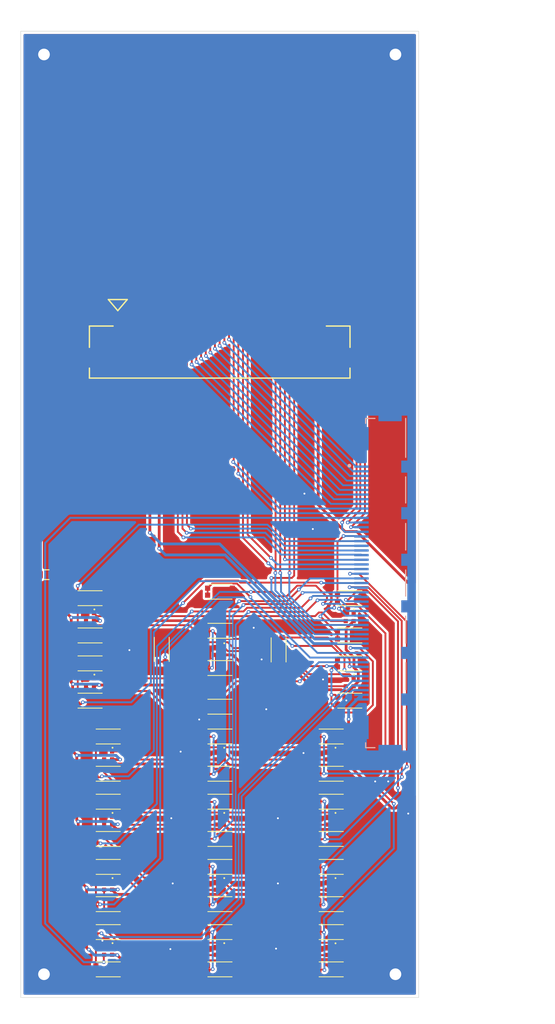
<source format=kicad_pcb>
(kicad_pcb (version 20241229) (generator "pcbnew") (generator_version "9.0")
  (layers (0 "F.Cu" signal) (2 "B.Cu" signal) (13 "F.Paste" user) (15 "B.Paste" user) (5 "F.SilkS" user "F.Silkscreen") (7 "B.SilkS" user "B.Silkscreen") (1 "F.Mask" user) (3 "B.Mask" user) (25 "Edge.Cuts" user))
  (net 0 "")
  (net 1 "DISP_LEDK")
  (net 2 "Net-(LED1-DO)")
  (net 3 "Net-(LED1-DI)")
  (net 4 "Net-(LED2-DO)")
  (net 5 "Net-(LED14-DO)")
  (net 6 "Net-(LED15-DO)")
  (net 7 "Net-(LED3-DO)")
  (net 8 "Net-(LED4-DO)")
  (net 9 "Net-(LED16-DO)")
  (net 10 "Net-(LED10-DI)")
  (net 11 "Net-(LED17-DO)")
  (net 12 "Net-(LED11-DI)")
  (net 13 "Net-(LED13-DI)")
  (net 14 "Net-(LED14-DI)")
  (net 15 "Net-(LED15-DI)")
  (net 16 "Net-(LED10-DO)")
  (net 17 "Net-(LED11-DO)")
  (net 18 "PB_STAR")
  (net 19 "PB_0")
  (net 20 "PB_HASH")
  (net 21 "PB_1")
  (net 22 "PB_2")
  (net 23 "PB_3")
  (net 24 "PB_4")
  (net 25 "PB_5")
  (net 26 "PB_6")
  (net 27 "PB_7")
  (net 28 "PB_8")
  (net 29 "PB_9")
  (net 30 "PB_DPAD_LEFT")
  (net 31 "PB_DPAD_UP")
  (net 32 "PB_DPAD_RIGHT")
  (net 33 "PB_DPAD_DOWN")
  (net 34 "PB_DPAD_SELECT")
  (net 35 "PB_MENU_L")
  (net 36 "PB_MENU_R")
  (net 37 "PB_CALL")
  (net 38 "PB_END_CALL")
  (net 39 "PB_VOL_UP")
  (net 40 "PB_PWR")
  (net 41 "PB_VOL_DOWN")
  (net 42 "VLED")
  (net 43 "GND")
  (net 44 "+3.3V")
  (net 45 "DISP_RES")
  (net 46 "DISP_CS")
  (net 47 "DISP_DC")
  (net 48 "DISP_WR")
  (net 49 "DISP_RD")
  (net 50 "DISP_DB0")
  (net 51 "DISP_DB1")
  (net 52 "DISP_DB2")
  (net 53 "DISP_DB3")
  (net 54 "DISP_DB4")
  (net 55 "DISP_DB5")
  (net 56 "DISP_DB6")
  (net 57 "DISP_DB7")
  (net 58 "DISP_DB8")
  (net 59 "DISP_DB9")
  (net 60 "DISP_DB10")
  (net 61 "DISP_DB11")
  (net 62 "DISP_DB12")
  (net 63 "DISP_DB13")
  (net 64 "DISP_DB14")
  (net 65 "DISP_DB15")
  (net 69 "DISP_LEDA")
  (net 75 "LED_DATA")
  (footprint "custom_footprints:XL-1010RGBC-WS2812B" (layer "F.Cu") (at 79.8375 130.53)
    (property "Reference" "LED9" (hide yes))
    (property "Value" "XL-1010RGBC" (hide yes))
  )
  (footprint "custom_footprints:SKTAAAE010" (layer "F.Cu") (at 65 117.7)
    (property "Reference" "SW40" (hide yes))
    (property "Value" "SKTAAAE010")
  )
  (footprint "custom_footprints:SKTAAAE010" (layer "F.Cu") (at 90.9 125.55)
    (property "Reference" "SW24" (hide yes))
    (property "Value" "SKTAAAE010")
  )
  (footprint "custom_footprints:SKSCLCE010" (layer "F.Cu") (at 100.125 61.85 90)
    (property "Reference" "SW44" (hide yes))
    (property "Value" "SKSCLCE010")
  )
  (footprint "custom_footprints:SKTAAAE010" (layer "F.Cu") (at 90.9 132.55)
    (property "Reference" "SW18" (hide yes))
    (property "Value" "SKTAAAE010")
  )
  (footprint "custom_footprints:XL-1010RGBC-WS2812B" (layer "F.Cu") (at 79.8375 123.53)
    (property "Reference" "LED8" (hide yes))
    (property "Value" "XL-1010RGBC" (hide yes))
  )
  (footprint "custom_footprints:SKTAAAE010" (layer "F.Cu") (at 90.9 146.55)
    (property "Reference" "SW6" (hide yes))
    (property "Value" "SKTAAAE010")
  )
  (footprint "custom_footprints:SKTAAAE010" (layer "F.Cu") (at 78.95 146.55)
    (property "Reference" "SW4" (hide yes))
    (property "Value" "SKTAAAE010")
  )
  (footprint "custom_footprints:SKTAAAE010" (layer "F.Cu") (at 92.9 113.7)
    (property "Reference" "SW41" (hide yes))
    (property "Value" "SKTAAAE010")
  )
  (footprint "custom_footprints:SKTAAAE010" (layer "F.Cu") (at 65 113.7)
    (property "Reference" "SW39" (hide yes))
    (property "Value" "SKTAAAE010")
  )
  (footprint "custom_footprints:SKTAAAE010" (layer "F.Cu") (at 78.95 128.55)
    (property "Reference" "SW15" (hide yes))
    (property "Value" "SKTAAAE010")
  )
  (footprint "Resistor_SMD:R_0603_1608Metric" (layer "F.Cu") (at 61.675 104.55 180)
    (property "Reference" "R23" (hide yes))
    (property "Value" "0R")
  )
  (footprint "custom_footprints:SKTAAAE010" (layer "F.Cu") (at 65 106.7)
    (property "Reference" "SW35" (hide yes))
    (property "Value" "SKTAAAE010")
  )
  (footprint "custom_footprints:SKTAAAE010" (layer "F.Cu") (at 78.95 125.55)
    (property "Reference" "SW22" (hide yes))
    (property "Value" "SKTAAAE010")
  )
  (footprint "custom_footprints:XL-1010RGBC-WS2812B" (layer "F.Cu") (at 79.8375 144.5125)
    (property "Reference" "LED11" (hide yes))
    (property "Value" "XL-1010RGBC" (hide yes))
  )
  (footprint "custom_footprints:SKTAAAE010" (layer "F.Cu") (at 66.95 121.55)
    (property "Reference" "SW19" (hide yes))
    (property "Value" "SKTAAAE010")
  )
  (footprint "custom_footprints:SKSCLCE010" (layer "F.Cu") (at 100.125 73.35 90)
    (property "Reference" "SW43" (hide yes))
    (property "Value" "SKSCLCE010")
  )
  (footprint "custom_footprints:SKTAAAE010" (layer "F.Cu") (at 66.95 142.55)
    (property "Reference" "SW1" (hide yes))
    (property "Value" "SKTAAAE010")
  )
  (footprint "custom_footprints:XL-1010RGBC-WS2812B" (layer "F.Cu") (at 91.7875 123.53)
    (property "Reference" "LED14" (hide yes))
    (property "Value" "XL-1010RGBC" (hide yes))
  )
  (footprint "custom_footprints:XL-1010RGBC-WS2812B" (layer "F.Cu") (at 91.7875 144.53)
    (property "Reference" "LED17" (hide yes))
    (property "Value" "XL-1010RGBC" (hide yes))
  )
  (footprint "custom_footprints:SKTAAAE010" (layer "F.Cu") (at 66.95 139.55)
    (property "Reference" "SW8" (hide yes))
    (property "Value" "SKTAAAE010")
  )
  (footprint "custom_footprints:XL-1010RGBC-WS2812B" (layer "F.Cu") (at 91.7875 137.53)
    (property "Reference" "LED16" (hide yes))
    (property "Value" "XL-1010RGBC" (hide yes))
  )
  (footprint "custom_footprints:SKTAAAE010" (layer "F.Cu") (at 78.95 118.35)
    (property "Reference" "SW31" (hide yes))
    (property "Value" "SKTAAAE010")
  )
  (footprint "custom_footprints:XL-1010RGBC-WS2812B" (layer "F.Cu") (at 65.8875 115.68)
    (property "Reference" "LED2" (hide yes))
    (property "Value" "XL-1010RGBC" (hide yes))
  )
  (footprint "custom_footprints:XL-1010RGBC-WS2812B" (layer "F.Cu") (at 65.8875 108.68)
    (property "Reference" "LED1" (hide yes))
    (property "Value" "XL-1010RGBC" (hide yes))
  )
  (footprint "custom_footprints:XL-1010RGBC-WS2812B" (layer "F.Cu") (at 93.7875 115.68)
    (property "Reference" "LED13" (hide yes))
    (property "Value" "XL-1010RGBC" (hide yes))
  )
  (footprint "custom_footprints:SKTAAAE010" (layer "F.Cu") (at 78.95 135.55)
    (property "Reference" "SW9" (hide yes))
    (property "Value" "SKTAAAE010")
  )
  (footprint "custom_footprints:SKTAAAE010" (layer "F.Cu") (at 90.9 142.55)
    (property "Reference" "SW5" (hide yes))
    (property "Value" "SKTAAAE010")
  )
  (footprint "custom_footprints:SKTAAAE010" (layer "F.Cu") (at 65 110.7)
    (property "Reference" "SW36" (hide yes))
    (property "Value" "SKTAAAE010")
  )
  (footprint "custom_footprints:SKTAAAE010" (layer "F.Cu") (at 78.95 132.55)
    (property "Reference" "SW16" (hide yes))
    (property "Value" "SKTAAAE010")
  )
  (footprint "custom_footprints:SKTAAAE010" (layer "F.Cu") (at 90.9 121.55)
    (property "Reference" "SW23" (hide yes))
    (property "Value" "SKTAAAE010")
  )
  (footprint "custom_footprints:SKTAAAE010" (layer "F.Cu") (at 92.9 117.7)
    (property "Reference" "SW42" (hide yes))
    (property "Value" "SKTAAAE010")
  )
  (footprint "custom_footprints:SKTAAAE010" (layer "F.Cu") (at 92.9 106.7)
    (property "Reference" "SW37" (hide yes))
    (property "Value" "SKTAAAE010")
  )
  (footprint "custom_footprints:XL-1010RGBC-WS2812B" (layer "F.Cu") (at 91.7875 130.53)
    (property "Reference" "LED15" (hide yes))
    (property "Value" "XL-1010RGBC" (hide yes))
  )
  (footprint "custom_footprints:SKTAAAE010" (layer "F.Cu") (at 78.95 114.2)
    (property "Reference" "SW34" (hide yes))
    (property "Value" "SKTAAAE010")
  )
  (footprint "custom_footprints:XL-1010RGBC-WS2812B" (layer "F.Cu") (at 93.7875 108.68)
    (property "Reference" "LED12" (hide yes))
    (property "Value" "XL-1010RGBC" (hide yes))
  )
  (footprint "541324562:CON_541324562_MOL" (layer "F.Cu") (at 80.25 80.65)
    (property "Reference" "J9" (hide yes))
    (property "Value" "541324562" (hide yes))
  )
  (footprint "custom_footprints:SKTAAAE010" (layer "F.Cu") (at 90.9 139.55)
    (property "Reference" "SW12" (hide yes))
    (property "Value" "SKTAAAE010")
  )
  (footprint "custom_footprints:SKTAAAE010" (layer "F.Cu") (at 66.95 132.55)
    (property "Reference" "SW14" (hide yes))
    (property "Value" "SKTAAAE010")
  )
  (footprint "custom_footprints:SKTAAAE010" (layer "F.Cu") (at 90.9 128.55)
    (property "Reference" "SW17" (hide yes))
    (property "Value" "SKTAAAE010")
  )
  (footprint "custom_footprints:XL-1010RGBC-WS2812B" (layer "F.Cu") (at 67.8375 130.53)
    (property "Reference" "LED4" (hide yes))
    (property "Value" "XL-1010RGBC" (hide yes))
  )
  (footprint "custom_footprints:SKTAAAE010" (layer "F.Cu") (at 66.95 125.55)
    (property "Reference" "SW20" (hide yes))
    (property "Value" "SKTAAAE010")
  )
  (footprint "custom_footprints:SKTAAAE010" (layer "F.Cu") (at 92.9 110.7)
    (property "Reference" "SW38" (hide yes))
    (property "Value" "SKTAAAE010")
  )
  (footprint "custom_footprints:SKTAAAE010" (layer "F.Cu") (at 86.95 111.3 -90)
    (property "Reference" "SW29" (hide yes))
    (property "Value" "SKTAAAE010")
  )
  (footprint "custom_footprints:XL-1010RGBC-WS2812B" (layer "F.Cu") (at 79.8375 112.3125)
    (property "Reference" "LED7" (hide yes))
    (property "Value" "XL-1010RGBC" (hide yes))
  )
  (footprint "custom_footprints:SKTAAAE010" (layer "F.Cu") (at 78.95 121.55)
    (property "Reference" "SW21" (hide yes))
    (property "Value" "SKTAAAE010")
  )
  (footprint "custom_footprints:SKSCLCE010" (layer "F.Cu") (at 100.175 86.35 90)
    (property "Reference" "SW45" (hide yes))
    (property "Value" "SKSCLCE010")
  )
  (footprint "custom_footprints:XL-1010RGBC-WS2812B" (layer "F.Cu") (at 67.8375 144.5125)
    (property "Reference" "LED6" (hide yes))
    (property "Value" "XL-1010RGBC" (hide yes))
  )
  (footprint "custom_footprints:SKTAAAE010" (layer "F.Cu") (at 78.95 139.55)
    (property "Reference" "SW10" (hide yes))
    (property "Value" "SKTAAAE010")
  )
  (footprint "custom_footprints:SKTAAAE010" (layer "F.Cu") (at 66.95 128.55)
    (property "Reference" "SW13" (hide yes))
    (property "Value" "SKTAAAE010")
  )
  (footprint "custom_footprints:SKTAAAE010" (layer "F.Cu") (at 78.95 142.55)
    (property "Reference" "SW3" (hide yes))
    (property "Value" "SKTAAAE010")
  )
  (footprint "custom_footprints:XL-1010RGBC-WS2812B" (layer "F.Cu") (at 67.8375 137.53)
    (property "Reference" "LED5" (hide yes))
    (property "Value" "XL-1010RGBC" (hide yes))
  )
  (footprint "custom_footprints:SKTAAAE010" (layer "F.Cu") (at 78.95 106)
    (property "Reference" "SW27" (hide yes))
    (property "Value" "SKTAAAE010")
  )
  (footprint "custom_footprints:SKTAAAE010" (layer "F.Cu") (at 66.95 146.55)
    (property "Reference" "SW2" (hide yes))
    (property "Value" "SKTAAAE010")
  )
  (footprint "custom_footprints:SKTAAAE010" (layer "F.Cu") (at 66.95 135.55)
    (property "Reference" "SW7" (hide yes))
    (property "Value" "SKTAAAE010")
  )
  (footprint "custom_footprints:SKTAAAE010" (layer "F.Cu") (at 90.9 135.55)
    (property "Reference" "SW11" (hide yes))
    (property "Value" "SKTAAAE010")
  )
  (footprint "custom_footprints:SKTAAAE010" (layer "F.Cu") (at 73.65 113.9 90)
    (property "Reference" "SW25" (hide yes))
    (property "Value" "SKTAAAE010")
  )
  (footprint "custom_footprints:XL-1010RGBC-WS2812B" (layer "F.Cu") (at 79.8375 137.53)
    (property "Reference" "LED10" (hide yes))
    (property "Value" "XL-1010RGBC" (hide yes))
  )
  (footprint "custom_footprints:SKTAAAE010" (layer "F.Cu") (at 78.95 110.2)
    (property "Reference" "SW33" (hide yes))
    (property "Value" "SKTAAAE010")
  )
  (footprint "custom_footprints:XL-1010RGBC-WS2812B" (layer "F.Cu") (at 67.8375 123.53)
    (property "Reference" "LED3" (hide yes))
    (property "Value" "XL-1010RGBC" (hide yes))
  )
  (footprint "FI-RE51S-HF-R1500:JAE_FI-RE51S-HF-R1500" (layer "B.Cu") (at 95.475 105.45 -90)
    (property "Reference" "J5" (hide yes))
    (property "Value" "FI-RE51S-HF-R1500")
  )
  (gr_rect (start 58.875 46.2) (end 101.625 149.95) (stroke (width 0.05)) (fill no) (layer "Edge.Cuts"))
  (segment (start 71.75002 78.15201) (end 73.25002 78.15201) (width 0.2) (layer "F.Cu") (net 1))
  (segment (start 72.75002 100.05) (end 72.75002 78.15201) (width 0.3) (layer "F.Cu") (net 1))
  (via (at 72.75002 100.05) (size 0.4) (drill 0.2) (layers "F.Cu" "B.Cu") (net 1))
  (segment (start 72.75002 100.05) (end 73.95002 101.25) (width 0.3) (layer "B.Cu") (net 1))
  (segment (start 73.95002 101.25) (end 80.245384 101.25) (width 0.3) (layer "B.Cu") (net 1))
  (segment (start 90.445384 111.45) (end 95.475 111.45) (width 0.3) (layer "B.Cu") (net 1))
  (segment (start 80.245384 101.25) (end 90.445384 111.45) (width 0.3) (layer "B.Cu") (net 1))
  (segment (start 90.891 108.609) (end 91.259 108.609) (width 0.2) (layer "F.Cu") (net 2))
  (segment (start 91.259 108.609) (end 92.18 109.53) (width 0.2) (layer "F.Cu") (net 2))
  (segment (start 67.0575 109) (end 90.5 109) (width 0.2) (layer "F.Cu") (net 2))
  (segment (start 66.7375 108.68) (end 67.0575 109) (width 0.2) (layer "F.Cu") (net 2))
  (segment (start 90.5 109) (end 90.891 108.609) (width 0.2) (layer "F.Cu") (net 2))
  (segment (start 92.18 109.53) (end 93.7875 109.53) (width 0.2) (layer "F.Cu") (net 2))
  (segment (start 94.6375 115.68) (end 94.1915 115.234) (width 0.2) (layer "F.Cu") (net 3))
  (segment (start 89.837962 115.234) (end 87.032962 112.429) (width 0.2) (layer "F.Cu") (net 3))
  (segment (start 78.808 111.8) (end 76.984 109.976) (width 0.2) (layer "F.Cu") (net 3))
  (segment (start 94.1915 115.234) (end 89.837962 115.234) (width 0.2) (layer "F.Cu") (net 3))
  (segment (start 81.729 112.429) (end 81.1 111.8) (width 0.2) (layer "F.Cu") (net 3))
  (segment (start 87.032962 112.429) (end 81.729 112.429) (width 0.2) (layer "F.Cu") (net 3))
  (segment (start 81.1 111.8) (end 78.808 111.8) (width 0.2) (layer "F.Cu") (net 3))
  (segment (start 76.984 109.976) (end 66.3335 109.976) (width 0.2) (layer "F.Cu") (net 3))
  (segment (start 66.3335 109.976) (end 65.8875 109.53) (width 0.2) (layer "F.Cu") (net 3))
  (segment (start 79.8375 114.9625) (end 79.8375 113.1625) (width 0.2) (layer "F.Cu") (net 4))
  (segment (start 79.12 115.68) (end 79.8375 114.9625) (width 0.2) (layer "F.Cu") (net 4))
  (segment (start 66.7375 115.68) (end 79.12 115.68) (width 0.2) (layer "F.Cu") (net 4))
  (segment (start 92.1915 123.084) (end 92.6375 123.53) (width 0.2) (layer "F.Cu") (net 5))
  (segment (start 78.742 123.084) (end 92.1915 123.084) (width 0.2) (layer "F.Cu") (net 5))
  (segment (start 72.7005 117.0425) (end 78.742 123.084) (width 0.2) (layer "F.Cu") (net 5))
  (segment (start 65.8875 116.53) (end 66.4 117.0425) (width 0.2) (layer "F.Cu") (net 5))
  (segment (start 66.4 117.0425) (end 72.7005 117.0425) (width 0.2) (layer "F.Cu") (net 5))
  (segment (start 67.8375 125.7955) (end 72.126 130.084) (width 0.2) (layer "F.Cu") (net 6))
  (segment (start 92.1915 130.084) (end 92.6375 130.53) (width 0.2) (layer "F.Cu") (net 6))
  (segment (start 67.8375 124.38) (end 67.8375 125.7955) (width 0.2) (layer "F.Cu") (net 6))
  (segment (start 72.126 130.084) (end 92.1915 130.084) (width 0.2) (layer "F.Cu") (net 6))
  (segment (start 69.78 123.53) (end 70.65 124.4) (width 0.2) (layer "F.Cu") (net 7))
  (segment (start 70.65 124.4) (end 79.8175 124.4) (width 0.2) (layer "F.Cu") (net 7))
  (segment (start 79.8175 124.4) (end 79.8375 124.38) (width 0.2) (layer "F.Cu") (net 7))
  (segment (start 68.6875 123.53) (end 69.78 123.53) (width 0.2) (layer "F.Cu") (net 7))
  (segment (start 68.6875 130.53) (end 69.38 130.53) (width 0.2) (layer "F.Cu") (net 8))
  (segment (start 70.25 131.4) (end 79.8175 131.4) (width 0.2) (layer "F.Cu") (net 8))
  (segment (start 69.38 130.53) (end 70.25 131.4) (width 0.2) (layer "F.Cu") (net 8))
  (segment (start 79.8175 131.4) (end 79.8375 131.38) (width 0.2) (layer "F.Cu") (net 8))
  (segment (start 67.8375 131.38) (end 67.8375 132.7955) (width 0.2) (layer "F.Cu") (net 9))
  (segment (start 92.1915 137.084) (end 92.6375 137.53) (width 0.2) (layer "F.Cu") (net 9))
  (segment (start 72.126 137.084) (end 92.1915 137.084) (width 0.2) (layer "F.Cu") (net 9))
  (segment (start 67.8375 132.7955) (end 72.126 137.084) (width 0.2) (layer "F.Cu") (net 9))
  (segment (start 71.5 138.4) (end 79.8175 138.4) (width 0.2) (layer "F.Cu") (net 10))
  (segment (start 70.63 137.53) (end 71.5 138.4) (width 0.2) (layer "F.Cu") (net 10))
  (segment (start 79.8175 138.4) (end 79.8375 138.38) (width 0.2) (layer "F.Cu") (net 10))
  (segment (start 68.6875 137.53) (end 70.63 137.53) (width 0.2) (layer "F.Cu") (net 10))
  (segment (start 67.8375 138.38) (end 67.8375 142.5295) (width 0.2) (layer "F.Cu") (net 11))
  (segment (start 67.8375 142.5295) (end 69.3745 144.0665) (width 0.2) (layer "F.Cu") (net 11))
  (segment (start 69.3745 144.0665) (end 92.174 144.0665) (width 0.2) (layer "F.Cu") (net 11))
  (segment (start 92.174 144.0665) (end 92.6375 144.53) (width 0.2) (layer "F.Cu") (net 11))
  (segment (start 68.6875 144.5125) (end 69.7625 144.5125) (width 0.2) (layer "F.Cu") (net 12))
  (segment (start 69.7625 144.5125) (end 70.65 145.4) (width 0.2) (layer "F.Cu") (net 12))
  (segment (start 70.65 145.4) (end 79.8 145.4) (width 0.2) (layer "F.Cu") (net 12))
  (segment (start 79.8 145.4) (end 79.8375 145.3625) (width 0.2) (layer "F.Cu") (net 12))
  (segment (start 90.68 116.53) (end 93.7875 116.53) (width 0.2) (layer "F.Cu") (net 13))
  (segment (start 86.9 112.75) (end 90.68 116.53) (width 0.2) (layer "F.Cu") (net 13))
  (segment (start 80.6875 112.3125) (end 81.125 112.75) (width 0.2) (layer "F.Cu") (net 13))
  (segment (start 81.125 112.75) (end 86.9 112.75) (width 0.2) (layer "F.Cu") (net 13))
  (segment (start 80.6875 123.53) (end 81.5575 124.4) (width 0.2) (layer "F.Cu") (net 14))
  (segment (start 81.5575 124.4) (end 91.7675 124.4) (width 0.2) (layer "F.Cu") (net 14))
  (segment (start 91.7675 124.4) (end 91.7875 124.38) (width 0.2) (layer "F.Cu") (net 14))
  (segment (start 91.7675 131.4) (end 91.7875 131.38) (width 0.2) (layer "F.Cu") (net 15))
  (segment (start 81.5575 131.4) (end 91.7675 131.4) (width 0.2) (layer "F.Cu") (net 15))
  (segment (start 80.6875 130.53) (end 81.5575 131.4) (width 0.2) (layer "F.Cu") (net 15))
  (segment (start 80.6875 137.53) (end 81.5575 138.4) (width 0.2) (layer "F.Cu") (net 16))
  (segment (start 81.5575 138.4) (end 91.7675 138.4) (width 0.2) (layer "F.Cu") (net 16))
  (segment (start 91.7675 138.4) (end 91.7875 138.38) (width 0.2) (layer "F.Cu") (net 16))
  (segment (start 80.6875 144.5125) (end 81.575 145.4) (width 0.2) (layer "F.Cu") (net 17))
  (segment (start 91.7675 145.4) (end 91.7875 145.38) (width 0.2) (layer "F.Cu") (net 17))
  (segment (start 81.575 145.4) (end 91.7675 145.4) (width 0.2) (layer "F.Cu") (net 17))
  (segment (start 66.95 147.3) (end 66.95 142.9) (width 0.2) (layer "F.Cu") (net 18))
  (segment (start 67.55 143.05) (end 67.1 143.05) (width 0.2) (layer "F.Cu") (net 18))
  (segment (start 66.95 147.3) (end 66.95 146.55) (width 0.2) (layer "F.Cu") (net 18))
  (segment (start 66.95 142.9) (end 66.95 142.55) (width 0.2) (layer "F.Cu") (net 18))
  (segment (start 67.1 143.05) (end 66.95 142.9) (width 0.2) (layer "F.Cu") (net 18))
  (via (at 67.55 143.05) (size 0.4) (drill 0.2) (layers "F.Cu" "B.Cu") (net 18))
  (segment (start 82.279 139.421) (end 78.25 143.45) (width 0.2) (layer "B.Cu") (net 18))
  (segment (start 95.475 115.95) (end 94.5 115.95) (width 0.2) (layer "B.Cu") (net 18))
  (segment (start 82.3 128.196038) (end 82.279 128.217038) (width 0.2) (layer "B.Cu") (net 18))
  (segment (start 94.5 115.95) (end 82.3 128.15) (width 0.2) (layer "B.Cu") (net 18))
  (segment (start 67.95 143.45) (end 67.55 143.05) (width 0.2) (layer "B.Cu") (net 18))
  (segment (start 78.25 143.45) (end 67.95 143.45) (width 0.2) (layer "B.Cu") (net 18))
  (segment (start 82.3 128.15) (end 82.3 128.196038) (width 0.2) (layer "B.Cu") (net 18))
  (segment (start 82.279 128.217038) (end 82.279 139.421) (width 0.2) (layer "B.Cu") (net 18))
  (segment (start 78.95 143.3) (end 78.95 142.9) (width 0.2) (layer "F.Cu") (net 19))
  (segment (start 78.95 147.3) (end 78.95 146.95) (width 0.2) (layer "F.Cu") (net 19))
  (segment (start 78.95 146.95) (end 78.95 146.55) (width 0.2) (layer "F.Cu") (net 19))
  (segment (start 78.95 146.95) (end 79.45 146.95) (width 0.2) (layer "F.Cu") (net 19))
  (segment (start 78.95 142.9) (end 78.95 142.55) (width 0.2) (layer "F.Cu") (net 19))
  (segment (start 79.45 142.95) (end 79 142.95) (width 0.2) (layer "F.Cu") (net 19))
  (segment (start 79.45 146.95) (end 79.5 146.9) (width 0.2) (layer "F.Cu") (net 19))
  (segment (start 79 142.95) (end 78.95 142.9) (width 0.2) (layer "F.Cu") (net 19))
  (via (at 79.5 146.9) (size 0.4) (drill 0.2) (layers "F.Cu" "B.Cu") (net 19))
  (via (at 79.45 142.95) (size 0.4) (drill 0.2) (layers "F.Cu" "B.Cu") (net 19))
  (segment (start 82.6 139.8) (end 79.45 142.95) (width 0.2) (layer "B.Cu") (net 19))
  (segment (start 79.5 146.9) (end 79.5 143) (width 0.2) (layer "B.Cu") (net 19))
  (segment (start 94.5 116.45) (end 82.6 128.35) (width 0.2) (layer "B.Cu") (net 19))
  (segment (start 82.6 128.35) (end 82.6 139.8) (width 0.2) (layer "B.Cu") (net 19))
  (segment (start 79.5 143) (end 79.45 142.95) (width 0.2) (layer "B.Cu") (net 19))
  (segment (start 95.475 116.45) (end 94.5 116.45) (width 0.2) (layer "B.Cu") (net 19))
  (segment (start 93.096444 108.203556) (end 93.6 107.7) (width 0.2) (layer "F.Cu") (net 20))
  (segment (start 97.579 126.475616) (end 97.579 127.779) (width 0.2) (layer "F.Cu") (net 20))
  (segment (start 91.45 146.95) (end 91.5 147) (width 0.2) (layer "F.Cu") (net 20))
  (segment (start 93.6 107.7) (end 94.9 107.7) (width 0.2) (layer "F.Cu") (net 20))
  (segment (start 90.9 147.3) (end 90.9 146.95) (width 0.2) (layer "F.Cu") (net 20))
  (segment (start 90.9 146.95) (end 91.45 146.95) (width 0.2) (layer "F.Cu") (net 20))
  (segment (start 97.579 127.779) (end 98.95 129.15) (width 0.2) (layer "F.Cu") (net 20))
  (segment (start 90.9 146.95) (end 90.9 146.55) (width 0.2) (layer "F.Cu") (net 20))
  (segment (start 91.4 142.9) (end 90.9 142.9) (width 0.2) (layer "F.Cu") (net 20))
  (segment (start 93.059585 108.203556) (end 93.096444 108.203556) (width 0.2) (layer "F.Cu") (net 20))
  (segment (start 91.45 142.95) (end 91.4 142.9) (width 0.2) (layer "F.Cu") (net 20))
  (segment (start 98.05 110.85) (end 98.05 126.004616) (width 0.2) (layer "F.Cu") (net 20))
  (segment (start 98.05 126.004616) (end 97.579 126.475616) (width 0.2) (layer "F.Cu") (net 20))
  (segment (start 90.9 142.9) (end 90.9 142.55) (width 0.2) (layer "F.Cu") (net 20))
  (segment (start 90.9 143.3) (end 90.9 142.9) (width 0.2) (layer "F.Cu") (net 20))
  (segment (start 94.9 107.7) (end 98.05 110.85) (width 0.2) (layer "F.Cu") (net 20))
  (via (at 91.5 147) (size 0.4) (drill 0.2) (layers "F.Cu" "B.Cu") (net 20))
  (via (at 91.45 142.95) (size 0.4) (drill 0.2) (layers "F.Cu" "B.Cu") (net 20))
  (via (at 93.059585 108.203556) (size 0.4) (drill 0.2) (layers "F.Cu" "B.Cu") (net 20))
  (via (at 98.95 129.15) (size 0.4) (drill 0.2) (layers "F.Cu" "B.Cu") (net 20))
  (segment (start 98.95 133.95) (end 91.45 141.45) (width 0.2) (layer "B.Cu") (net 20))
  (segment (start 93.059585 108.203556) (end 93.806029 108.95) (width 0.2) (layer "B.Cu") (net 20))
  (segment (start 91.5 143) (end 91.45 142.95) (width 0.2) (layer "B.Cu") (net 20))
  (segment (start 93.806029 108.95) (end 95.475 108.95) (width 0.2) (layer "B.Cu") (net 20))
  (segment (start 91.5 147) (end 91.5 143) (width 0.2) (layer "B.Cu") (net 20))
  (segment (start 91.45 141.45) (end 91.45 142.95) (width 0.2) (layer "B.Cu") (net 20))
  (segment (start 98.95 129.15) (end 98.95 133.95) (width 0.2) (layer "B.Cu") (net 20))
  (segment (start 83.6 106.4) (end 85.804616 106.4) (width 0.2) (layer "F.Cu") (net 21))
  (segment (start 66.95 140.3) (end 66.95 139.55) (width 0.2) (layer "F.Cu") (net 21))
  (segment (start 66.95 135.55) (end 66.95 136.3) (width 0.2) (layer "F.Cu") (net 21))
  (segment (start 85.804616 106.4) (end 86.275616 106.871) (width 0.2) (layer "F.Cu") (net 21))
  (segment (start 87.433616 106.871) (end 88.575616 105.729) (width 0.2) (layer "F.Cu") (net 21))
  (segment (start 91.771 106.925616) (end 91.771 107.274384) (width 0.2) (layer "F.Cu") (net 21))
  (segment (start 90.574384 105.729) (end 91.771 106.925616) (width 0.2) (layer "F.Cu") (net 21))
  (segment (start 66.95 139.55) (end 66.95 135.55) (width 0.2) (layer "F.Cu") (net 21))
  (segment (start 91.365384 107.68) (end 91.35 107.68) (width 0.2) (layer "F.Cu") (net 21))
  (segment (start 86.275616 106.871) (end 87.433616 106.871) (width 0.2) (layer "F.Cu") (net 21))
  (segment (start 91.771 107.274384) (end 91.365384 107.68) (width 0.2) (layer "F.Cu") (net 21))
  (segment (start 66.95 139.55) (end 67 139.55) (width 0.2) (layer "F.Cu") (net 21))
  (segment (start 88.575616 105.729) (end 90.574384 105.729) (width 0.2) (layer "F.Cu") (net 21))
  (segment (start 67 139.55) (end 67.4 139.95) (width 0.2) (layer "F.Cu") (net 21))
  (via (at 67.4 139.95) (size 0.4) (drill 0.2) (layers "F.Cu" "B.Cu") (net 21))
  (via (at 83.6 106.4) (size 0.4) (drill 0.2) (layers "F.Cu" "B.Cu") (net 21))
  (via (at 91.35 107.68) (size 0.4) (drill 0.2) (layers "F.Cu" "B.Cu") (net 21))
  (segment (start 73.85 135) (end 68.9 139.95) (width 0.2) (layer "B.Cu") (net 21))
  (segment (start 93.49013 108.04013) (end 93.13 107.68) (width 0.2) (layer "B.Cu") (net 21))
  (segment (start 68.9 139.95) (end 67.4 139.95) (width 0.2) (layer "B.Cu") (net 21))
  (segment (start 95.475 108.45) (end 93.903962 108.45) (width 0.2) (layer "B.Cu") (net 21))
  (segment (start 83.6 106.4) (end 80.246038 106.4) (width 0.2) (layer "B.Cu") (net 21))
  (segment (start 93.13 107.68) (end 91.35 107.68) (width 0.2) (layer "B.Cu") (net 21))
  (segment (start 80.246038 106.4) (end 73.85 112.796038) (width 0.2) (layer "B.Cu") (net 21))
  (segment (start 73.85 112.796038) (end 73.85 135) (width 0.2) (layer "B.Cu") (net 21))
  (segment (start 93.903962 108.45) (end 93.494092 108.04013) (width 0.2) (layer "B.Cu") (net 21))
  (segment (start 93.494092 108.04013) (end 93.49013 108.04013) (width 0.2) (layer "B.Cu") (net 21))
  (segment (start 78.95 136.3) (end 78.95 135.95) (width 0.2) (layer "F.Cu") (net 22))
  (segment (start 78.95 139.95) (end 79.5 139.95) (width 0.2) (layer "F.Cu") (net 22))
  (segment (start 79 135.9) (end 78.95 135.95) (width 0.2) (layer "F.Cu") (net 22))
  (segment (start 83.346985 108.546985) (end 84.326985 108.546985) (width 0.2) (layer "F.Cu") (net 22))
  (segment (start 79.5 135.9) (end 79 135.9) (width 0.2) (layer "F.Cu") (net 22))
  (segment (start 84.326985 108.546985) (end 84.33 108.55) (width 0.2) (layer "F.Cu") (net 22))
  (segment (start 78.95 135.95) (end 78.95 135.55) (width 0.2) (layer "F.Cu") (net 22))
  (segment (start 78.95 140.3) (end 78.95 139.95) (width 0.2) (layer "F.Cu") (net 22))
  (segment (start 89.504616 108.55) (end 90.752308 107.302308) (width 0.2) (layer "F.Cu") (net 22))
  (segment (start 84.33 108.55) (end 89.504616 108.55) (width 0.2) (layer "F.Cu") (net 22))
  (segment (start 78.95 139.95) (end 78.95 139.55) (width 0.2) (layer "F.Cu") (net 22))
  (via (at 90.752308 107.302308) (size 0.4) (drill 0.2) (layers "F.Cu" "B.Cu") (net 22))
  (via (at 83.346985 108.546985) (size 0.4) (drill 0.2) (layers "F.Cu" "B.Cu") (net 22))
  (via (at 79.5 139.95) (size 0.4) (drill 0.2) (layers "F.Cu" "B.Cu") (net 22))
  (via (at 79.5 135.9) (size 0.4) (drill 0.2) (layers "F.Cu" "B.Cu") (net 22))
  (segment (start 93.904616 107.95) (end 95.475 107.95) (width 0.2) (layer "B.Cu") (net 22))
  (segment (start 83.346985 108.546985) (end 81.958 109.93597) (width 0.2) (layer "B.Cu") (net 22))
  (segment (start 81.958 109.93597) (end 81.958 137.492) (width 0.2) (layer "B.Cu") (net 22))
  (segment (start 81.958 137.492) (end 79.5 139.95) (width 0.2) (layer "B.Cu") (net 22))
  (segment (start 90.752308 107.302308) (end 90.804616 107.25) (width 0.2) (layer "B.Cu") (net 22))
  (segment (start 93.204616 107.25) (end 93.904616 107.95) (width 0.2) (layer "B.Cu") (net 22))
  (segment (start 79.5 139.95) (end 79.5 135.9) (width 0.2) (layer "B.Cu") (net 22))
  (segment (start 90.804616 107.25) (end 93.204616 107.25) (width 0.2) (layer "B.Cu") (net 22))
  (segment (start 99.4 127.45) (end 99.4 109.558) (width 0.2) (layer "F.Cu") (net 23))
  (segment (start 91.4 135.95) (end 90.9 135.95) (width 0.2) (layer "F.Cu") (net 23))
  (segment (start 90.9 140.3) (end 90.9 139.95) (width 0.2) (layer "F.Cu") (net 23))
  (segment (start 90.9 139.95) (end 91.4 139.95) (width 0.2) (layer "F.Cu") (net 23))
  (segment (start 96.046 106.204) (end 95.096 106.204) (width 0.2) (layer "F.Cu") (net 23))
  (segment (start 95.096 106.204) (end 94.05 107.25) (width 0.2) (layer "F.Cu") (net 23))
  (segment (start 90.9 136.3) (end 90.9 135.95) (width 0.2) (layer "F.Cu") (net 23))
  (segment (start 99.4 109.558) (end 96.046 106.204) (width 0.2) (layer "F.Cu") (net 23))
  (segment (start 90.9 139.95) (end 90.9 139.55) (width 0.2) (layer "F.Cu") (net 23))
  (segment (start 90.9 135.95) (end 90.9 135.55) (width 0.2) (layer "F.Cu") (net 23))
  (segment (start 94.05 107.25) (end 93.8 107.25) (width 0.2) (layer "F.Cu") (net 23))
  (via (at 93.8 107.25) (size 0.4) (drill 0.2) (layers "F.Cu" "B.Cu") (net 23))
  (via (at 91.4 135.95) (size 0.4) (drill 0.2) (layers "F.Cu" "B.Cu") (net 23))
  (via (at 99.4 127.45) (size 0.4) (drill 0.2) (layers "F.Cu" "B.Cu") (net 23))
  (via (at 91.4 139.95) (size 0.4) (drill 0.2) (layers "F.Cu" "B.Cu") (net 23))
  (segment (start 91.4 139.95) (end 91.4 135.95) (width 0.2) (layer "B.Cu") (net 23))
  (segment (start 99.4 127.45) (end 99.4 128) (width 0.2) (layer "B.Cu") (net 23))
  (segment (start 91.4 136) (end 91.4 139.95) (width 0.2) (layer "B.Cu") (net 23))
  (segment (start 93.95 107.4) (end 95.425 107.4) (width 0.2) (layer "B.Cu") (net 23))
  (segment (start 93.8 107.25) (end 93.95 107.4) (width 0.2) (layer "B.Cu") (net 23))
  (segment (start 95.425 107.4) (end 95.475 107.45) (width 0.2) (layer "B.Cu") (net 23))
  (segment (start 99.4 128) (end 91.4 136) (width 0.2) (layer "B.Cu") (net 23))
  (segment (start 66.95 132.55) (end 66.95 133.3) (width 0.2) (layer "F.Cu") (net 24))
  (segment (start 67.35 133.3) (end 67.45 133.4) (width 0.2) (layer "F.Cu") (net 24))
  (segment (start 83.2 108.1) (end 82.8 108.5) (width 0.2) (layer "F.Cu") (net 24))
  (segment (start 66.95 128.55) (end 66.95 129.3) (width 0.2) (layer "F.Cu") (net 24))
  (segment (start 89 108.1) (end 83.2 108.1) (width 0.2) (layer "F.Cu") (net 24))
  (segment (start 66.95 133.3) (end 67.35 133.3) (width 0.2) (layer "F.Cu") (net 24))
  (segment (start 66.95 133.3) (end 66.95 128.55) (width 0.2) (layer "F.Cu") (net 24))
  (segment (start 82.8 108.5) (end 77.25 108.5) (width 0.2) (layer "F.Cu") (net 24))
  (segment (start 90 107.1) (end 89 108.1) (width 0.2) (layer "F.Cu") (net 24))
  (via (at 77.25 108.5) (size 0.4) (drill 0.2) (layers "F.Cu" "B.Cu") (net 24))
  (via (at 90 107.1) (size 0.4) (drill 0.2) (layers "F.Cu" "B.Cu") (net 24))
  (via (at 67.45 133.4) (size 0.4) (drill 0.2) (layers "F.Cu" "B.Cu") (net 24))
  (segment (start 95.354 106.829) (end 90.271 106.829) (width 0.2) (layer "B.Cu") (net 24))
  (segment (start 69.25 133.4) (end 67.45 133.4) (width 0.2) (layer "B.Cu") (net 24))
  (segment (start 95.475 106.95) (end 95.354 106.829) (width 0.2) (layer "B.Cu") (net 24))
  (segment (start 73.5 112.25) (end 73.5 129.15) (width 0.2) (layer "B.Cu") (net 24))
  (segment (start 73.5 129.15) (end 69.25 133.4) (width 0.2) (layer "B.Cu") (net 24))
  (segment (start 90.271 106.829) (end 90 107.1) (width 0.2) (layer "B.Cu") (net 24))
  (segment (start 77.25 108.5) (end 73.5 112.25) (width 0.2) (layer "B.Cu") (net 24))
  (segment (start 82.895367 107.709) (end 87.941 107.709) (width 0.2) (layer "F.Cu") (net 25))
  (segment (start 79.7 128.95) (end 79 128.95) (width 0.2) (layer "F.Cu") (net 25))
  (segment (start 78.95 133.3) (end 78.95 132.9) (width 0.2) (layer "F.Cu") (net 25))
  (segment (start 78.95 128.9) (end 78.95 128.55) (width 0.2) (layer "F.Cu") (net 25))
  (segment (start 78.95 132.9) (end 78.95 132.55) (width 0.2) (layer "F.Cu") (net 25))
  (segment (start 82.796367 107.808) (end 82.895367 107.709) (width 0.2) (layer "F.Cu") (net 25))
  (segment (start 78.95 129.3) (end 78.95 128.9) (width 0.2) (layer "F.Cu") (net 25))
  (segment (start 87.941 107.709) (end 89.15 106.5) (width 0.2) (layer "F.Cu") (net 25))
  (segment (start 79 128.95) (end 78.95 128.9) (width 0.2) (layer "F.Cu") (net 25))
  (segment (start 78.95 132.9) (end 79.7 132.9) (width 0.2) (layer "F.Cu") (net 25))
  (via (at 79.7 128.95) (size 0.4) (drill 0.2) (layers "F.Cu" "B.Cu") (net 25))
  (via (at 82.796367 107.808) (size 0.4) (drill 0.2) (layers "F.Cu" "B.Cu") (net 25))
  (via (at 89.15 106.5) (size 0.4) (drill 0.2) (layers "F.Cu" "B.Cu") (net 25))
  (via (at 79.7 132.9) (size 0.4) (drill 0.2) (layers "F.Cu" "B.Cu") (net 25))
  (segment (start 95.475 106.45) (end 89.2 106.45) (width 0.2) (layer "B.Cu") (net 25))
  (segment (start 81.637 130.963) (end 79.7 132.9) (width 0.2) (layer "B.Cu") (net 25))
  (segment (start 81.637 108.963) (end 81.637 130.963) (width 0.2) (layer "B.Cu") (net 25))
  (segment (start 82.796367 107.808) (end 82.792 107.808) (width 0.2) (layer "B.Cu") (net 25))
  (segment (start 79.7 132.9) (end 79.7 128.95) (width 0.2) (layer "B.Cu") (net 25))
  (segment (start 82.792 107.808) (end 81.637 108.963) (width 0.2) (layer "B.Cu") (net 25))
  (segment (start 89.2 106.45) (end 89.15 106.5) (width 0.2) (layer "B.Cu") (net 25))
  (segment (start 96.178962 105.883) (end 94.217 105.883) (width 0.2) (layer "F.Cu") (net 26))
  (segment (start 90.9 133.3) (end 90.9 132.95) (width 0.2) (layer "F.Cu") (net 26))
  (segment (start 90.9 132.95) (end 90.9 132.55) (width 0.2) (layer "F.Cu") (net 26))
  (segment (start 90.9 132.95) (end 91.55 132.95) (width 0.2) (layer "F.Cu") (net 26))
  (segment (start 90.95 128.9) (end 90.9 128.85) (width 0.2) (layer "F.Cu") (net 26))
  (segment (start 91.5 128.9) (end 90.95 128.9) (width 0.2) (layer "F.Cu") (net 26))
  (segment (start 94.217 105.883) (end 94.2 105.9) (width 0.2) (layer "F.Cu") (net 26))
  (segment (start 90.9 129.3) (end 90.9 128.85) (width 0.2) (layer "F.Cu") (net 26))
  (segment (start 99.8 109.504038) (end 96.178962 105.883) (width 0.2) (layer "F.Cu") (net 26))
  (segment (start 90.9 128.85) (end 90.9 128.55) (width 0.2) (layer "F.Cu") (net 26))
  (segment (start 99.82 126.264663) (end 99.8 126.244663) (width 0.2) (layer "F.Cu") (net 26))
  (segment (start 99.8 126.244663) (end 99.8 109.504038) (width 0.2) (layer "F.Cu") (net 26))
  (via (at 94.2 105.9) (size 0.4) (drill 0.2) (layers "F.Cu" "B.Cu") (net 26))
  (via (at 99.82 126.264663) (size 0.4) (drill 0.2) (layers "F.Cu" "B.Cu") (net 26))
  (via (at 91.5 128.9) (size 0.4) (drill 0.2) (layers "F.Cu" "B.Cu") (net 26))
  (via (at 91.55 132.95) (size 0.4) (drill 0.2) (layers "F.Cu" "B.Cu") (net 26))
  (segment (start 99.82 126.264663) (end 99.82 126.28) (width 0.2) (layer "B.Cu") (net 26))
  (segment (start 91.55 128.95) (end 91.5 128.9) (width 0.2) (layer "B.Cu") (net 26))
  (segment (start 91.55 132.95) (end 91.55 128.95) (width 0.2) (layer "B.Cu") (net 26))
  (segment (start 95.425 105.9) (end 95.475 105.95) (width 0.2) (layer "B.Cu") (net 26))
  (segment (start 93.15 132.95) (end 91.55 132.95) (width 0.2) (layer "B.Cu") (net 26))
  (segment (start 94.2 105.9) (end 95.425 105.9) (width 0.2) (layer "B.Cu") (net 26))
  (segment (start 99.82 126.28) (end 93.15 132.95) (width 0.2) (layer "B.Cu") (net 26))
  (segment (start 67.5 126.3) (end 67.6 126.2) (width 0.2) (layer "F.Cu") (net 27))
  (segment (start 66.95 125.55) (end 66.95 126.3) (width 0.2) (layer "F.Cu") (net 27))
  (segment (start 82.236962 105.183) (end 82.453962 105.4) (width 0.2) (layer "F.Cu") (net 27))
  (segment (start 82.453962 105.4) (end 91.15 105.4) (width 0.2) (layer "F.Cu") (net 27))
  (segment (start 66.95 126.3) (end 66.95 121.55) (width 0.2) (layer "F.Cu") (net 27))
  (segment (start 76.3 107.6) (end 78.717 105.183) (width 0.2) (layer "F.Cu") (net 27))
  (segment (start 66.95 122.3) (end 66.95 121.55) (width 0.2) (layer "F.Cu") (net 27))
  (segment (start 66.95 126.3) (end 67.5 126.3) (width 0.2) (layer "F.Cu") (net 27))
  (segment (start 78.717 105.183) (end 82.236962 105.183) (width 0.2) (layer "F.Cu") (net 27))
  (via (at 67.6 126.2) (size 0.4) (drill 0.2) (layers "F.Cu" "B.Cu") (net 27))
  (via (at 91.15 105.4) (size 0.4) (drill 0.2) (layers "F.Cu" "B.Cu") (net 27))
  (via (at 76.3 107.6) (size 0.4) (drill 0.2) (layers "F.Cu" "B.Cu") (net 27))
  (segment (start 76.3 107.6) (end 73.179 110.721) (width 0.2) (layer "B.Cu") (net 27))
  (segment (start 70.45 126.2) (end 67.6 126.2) (width 0.2) (layer "B.Cu") (net 27))
  (segment (start 95.475 105.45) (end 91.2 105.45) (width 0.2) (layer "B.Cu") (net 27))
  (segment (start 91.2 105.45) (end 91.15 105.4) (width 0.2) (layer "B.Cu") (net 27))
  (segment (start 73.179 110.721) (end 73.179 123.471) (width 0.2) (layer "B.Cu") (net 27))
  (segment (start 73.179 123.471) (end 70.45 126.2) (width 0.2) (layer "B.Cu") (net 27))
  (segment (start 79.55 121.95) (end 79.6 121.9) (width 0.2) (layer "F.Cu") (net 28))
  (segment (start 82.35 107.399) (end 82.361 107.388) (width 0.2) (layer "F.Cu") (net 28))
  (segment (start 87.512 107.388) (end 88.75 106.15) (width 0.2) (layer "F.Cu") (net 28))
  (segment (start 78.95 125.9) (end 78.95 125.55) (width 0.2) (layer "F.Cu") (net 28))
  (segment (start 78.95 126.3) (end 78.95 125.9) (width 0.2) (layer "F.Cu") (net 28))
  (segment (start 79.6 125.95) (end 79 125.95) (width 0.2) (layer "F.Cu") (net 28))
  (segment (start 78.95 121.55) (end 78.95 121.95) (width 0.2) (layer "F.Cu") (net 28))
  (segment (start 78.95 121.95) (end 79.55 121.95) (width 0.2) (layer "F.Cu") (net 28))
  (segment (start 79 125.95) (end 78.95 125.9) (width 0.2) (layer "F.Cu") (net 28))
  (segment (start 78.95 121.95) (end 78.95 122.3) (width 0.2) (layer "F.Cu") (net 28))
  (segment (start 82.361 107.388) (end 87.512 107.388) (width 0.2) (layer "F.Cu") (net 28))
  (via (at 79.6 125.95) (size 0.4) (drill 0.2) (layers "F.Cu" "B.Cu") (net 28))
  (via (at 82.35 107.399) (size 0.4) (drill 0.2) (layers "F.Cu" "B.Cu") (net 28))
  (via (at 79.6 121.9) (size 0.4) (drill 0.2) (layers "F.Cu" "B.Cu") (net 28))
  (via (at 88.75 106.15) (size 0.4) (drill 0.2) (layers "F.Cu" "B.Cu") (net 28))
  (segment (start 81.3 124.25) (end 79.6 125.95) (width 0.2) (layer "B.Cu") (net 28))
  (segment (start 89.95 104.95) (end 88.75 106.15) (width 0.2) (layer "B.Cu") (net 28))
  (segment (start 81.3 108.449) (end 81.3 124.25) (width 0.2) (layer "B.Cu") (net 28))
  (segment (start 95.475 104.95) (end 89.95 104.95) (width 0.2) (layer "B.Cu") (net 28))
  (segment (start 79.6 121.9) (end 79.6 125.95) (width 0.2) (layer "B.Cu") (net 28))
  (segment (start 82.35 107.399) (end 81.3 108.449) (width 0.2) (layer "B.Cu") (net 28))
  (segment (start 95.199924 104.45) (end 94.25 104.45) (width 0.2) (layer "F.Cu") (net 29))
  (segment (start 90.95 121.95) (end 90.9 121.9) (width 0.2) (layer "F.Cu") (net 29))
  (segment (start 90.9 125.9) (end 90.9 125.55) (width 0.2) (layer "F.Cu") (net 29))
  (segment (start 100.35 109.600076) (end 95.199924 104.45) (width 0.2) (layer "F.Cu") (net 29))
  (segment (start 90.9 125.9) (end 91.45 125.9) (width 0.2) (layer "F.Cu") (net 29))
  (segment (start 91.45 121.95) (end 90.95 121.95) (width 0.2) (layer "F.Cu") (net 29))
  (segment (start 90.9 121.9) (end 90.9 121.55) (width 0.2) (layer "F.Cu") (net 29))
  (segment (start 90.9 126.3) (end 90.9 125.9) (width 0.2) (layer "F.Cu") (net 29))
  (segment (start 90.9 122.3) (end 90.9 121.9) (width 0.2) (layer "F.Cu") (net 29))
  (segment (start 100.35 125.15) (end 100.35 109.600076) (width 0.2) (layer "F.Cu") (net 29))
  (via (at 94.25 104.45) (size 0.4) (drill 0.2) (layers "F.Cu" "B.Cu") (net 29))
  (via (at 91.45 121.95) (size 0.4) (drill 0.2) (layers "F.Cu" "B.Cu") (net 29))
  (via (at 91.45 125.9) (size 0.4) (drill 0.2) (layers "F.Cu" "B.Cu") (net 29))
  (via (at 100.35 125.15) (size 0.4) (drill 0.2) (layers "F.Cu" "B.Cu") (net 29))
  (segment (start 91.45 125.9) (end 99.6 125.9) (width 0.2) (layer "B.Cu") (net 29))
  (segment (start 91.45 125.9) (end 91.45 121.95) (width 0.2) (layer "B.Cu") (net 29))
  (segment (start 99.6 125.9) (end 100.35 125.15) (width 0.2) (layer "B.Cu") (net 29))
  (segment (start 94.25 104.45) (end 95.475 104.45) (width 0.2) (layer "B.Cu") (net 29))
  (segment (start 74.4 113.4) (end 74.4 113.9) (width 0.2) (layer "F.Cu") (net 30))
  (segment (start 88.05 112.2) (end 92.296038 112.2) (width 0.2) (layer "F.Cu") (net 30))
  (segment (start 93.65 113.553962) (end 93.65 114.75) (width 0.2) (layer "F.Cu") (net 30))
  (segment (start 92.296038 112.2) (end 93.65 113.553962) (width 0.2) (layer "F.Cu") (net 30))
  (segment (start 73.65 113.9) (end 74.4 113.9) (width 0.2) (layer "F.Cu") (net 30))
  (via (at 93.65 114.75) (size 0.4) (drill 0.2) (layers "F.Cu" "B.Cu") (net 30))
  (via (at 88.05 112.2) (size 0.4) (drill 0.2) (layers "F.Cu" "B.Cu") (net 30))
  (via (at 74.4 113.4) (size 0.4) (drill 0.2) (layers "F.Cu" "B.Cu") (net 30))
  (segment (start 74.4 112.7) (end 74.4 113.4) (width 0.2) (layer "B.Cu") (net 30))
  (segment (start 93.85 114.95) (end 93.65 114.75) (width 0.2) (layer "B.Cu") (net 30))
  (segment (start 82.829 106.979) (end 80.121 106.979) (width 0.2) (layer "B.Cu") (net 30))
  (segment (start 80.121 106.979) (end 74.4 112.7) (width 0.2) (layer "B.Cu") (net 30))
  (segment (start 95.475 114.95) (end 93.85 114.95) (width 0.2) (layer "B.Cu") (net 30))
  (segment (start 88.05 112.2) (end 82.829 106.979) (width 0.2) (layer "B.Cu") (net 30))
  (segment (start 79.446 105.504) (end 78.95 106) (width 0.2) (layer "F.Cu") (net 31))
  (segment (start 83.55 106.95) (end 82.104 105.504) (width 0.2) (layer "F.Cu") (net 31))
  (segment (start 82.104 105.504) (end 79.446 105.504) (width 0.2) (layer "F.Cu") (net 31))
  (segment (start 78.95 106.75) (end 78.95 106) (width 0.2) (layer "F.Cu") (net 31))
  (via (at 83.55 106.95) (size 0.4) (drill 0.2) (layers "F.Cu" "B.Cu") (net 31))
  (segment (start 83.55 107.05) (end 89.95 113.45) (width 0.2) (layer "B.Cu") (net 31))
  (segment (start 89.95 113.45) (end 95.475 113.45) (width 0.2) (layer "B.Cu") (net 31))
  (segment (start 83.55 106.95) (end 83.55 107.05) (width 0.2) (layer "B.Cu") (net 31))
  (segment (start 86.95 111.3) (end 91.85 111.3) (width 0.2) (layer "F.Cu") (net 32))
  (segment (start 94.2 113.65) (end 94.2 114.4) (width 0.2) (layer "F.Cu") (net 32))
  (segment (start 86.2 111.3) (end 86.95 111.3) (width 0.2) (layer "F.Cu") (net 32))
  (segment (start 91.85 111.3) (end 94.2 113.65) (width 0.2) (layer "F.Cu") (net 32))
  (via (at 94.2 114.4) (size 0.4) (drill 0.2) (layers "F.Cu" "B.Cu") (net 32))
  (segment (start 94.2 114.4) (end 95.425 114.4) (width 0.2) (layer "B.Cu") (net 32))
  (segment (start 95.425 114.4) (end 95.475 114.45) (width 0.2) (layer "B.Cu") (net 32))
  (segment (start 82.05 116) (end 88.85 116) (width 0.2) (layer "F.Cu") (net 33))
  (segment (start 78.95 119.1) (end 78.95 118.35) (width 0.2) (layer "F.Cu") (net 33))
  (segment (start 78.95 119.1) (end 82.05 116) (width 0.2) (layer "F.Cu") (net 33))
  (via (at 88.85 116) (size 0.4) (drill 0.2) (layers "F.Cu" "B.Cu") (net 33))
  (segment (start 90.9 113.95) (end 95.475 113.95) (width 0.2) (layer "B.Cu") (net 33))
  (segment (start 88.85 116) (end 90.9 113.95) (width 0.2) (layer "B.Cu") (net 33))
  (segment (start 80.346 111.446) (end 85.354 111.446) (width 0.2) (layer "F.Cu") (net 34))
  (segment (start 87.258 112.108) (end 89.52 114.37) (width 0.2) (layer "F.Cu") (net 34))
  (segment (start 79.3675 114.6) (end 78.95 114.6) (width 0.2) (layer "F.Cu") (net 34))
  (segment (start 86.016 112.108) (end 87.258 112.108) (width 0.2) (layer "F.Cu") (net 34))
  (segment (start 79.4175 114.55) (end 79.3675 114.6) (width 0.2) (layer "F.Cu") (net 34))
  (segment (start 78.95 114.95) (end 78.95 114.6) (width 0.2) (layer "F.Cu") (net 34))
  (segment (start 78.95 110.6) (end 78.95 110.2) (width 0.2) (layer "F.Cu") (net 34))
  (segment (start 85.354 111.446) (end 86.016 112.108) (width 0.2) (layer "F.Cu") (net 34))
  (segment (start 89.52 114.37) (end 91.75 114.37) (width 0.2) (layer "F.Cu") (net 34))
  (segment (start 78.95 110.95) (end 78.95 110.6) (width 0.2) (layer "F.Cu") (net 34))
  (segment (start 78.95 110.6) (end 79.5 110.6) (width 0.2) (layer "F.Cu") (net 34))
  (segment (start 79.5 110.6) (end 80.346 111.446) (width 0.2) (layer "F.Cu") (net 34))
  (segment (start 78.95 114.6) (end 78.95 114.2) (width 0.2) (layer "F.Cu") (net 34))
  (via (at 79.5 110.6) (size 0.4) (drill 0.2) (layers "F.Cu" "B.Cu") (net 34))
  (via (at 91.75 114.37) (size 0.4) (drill 0.2) (layers "F.Cu" "B.Cu") (net 34))
  (via (at 79.4175 114.55) (size 0.4) (drill 0.2) (layers "F.Cu" "B.Cu") (net 34))
  (segment (start 92.401384 114.37) (end 91.75 114.37) (width 0.2) (layer "B.Cu") (net 34))
  (segment (start 79.5 110.6) (end 79.5 114.4675) (width 0.2) (layer "B.Cu") (net 34))
  (segment (start 93.481384 115.45) (end 92.401384 114.37) (width 0.2) (layer "B.Cu") (net 34))
  (segment (start 79.5 114.4675) (end 79.4175 114.55) (width 0.2) (layer "B.Cu") (net 34))
  (segment (start 95.475 115.45) (end 93.481384 115.45) (width 0.2) (layer "B.Cu") (net 34))
  (segment (start 65 105.75) (end 65 106.7) (width 0.2) (layer "F.Cu") (net 35))
  (segment (start 65 106.7) (end 65 107.45) (width 0.2) (layer "F.Cu") (net 35))
  (segment (start 65 110.7) (end 65 111.45) (width 0.2) (layer "F.Cu") (net 35))
  (segment (start 65 111.45) (end 65 106.7) (width 0.2) (layer "F.Cu") (net 35))
  (via (at 65 105.75) (size 0.4) (drill 0.2) (layers "F.Cu" "B.Cu") (net 35))
  (segment (start 87.153962 100.95) (end 85.382962 99.179) (width 0.2) (layer "B.Cu") (net 35))
  (segment (start 95.475 100.95) (end 87.153962 100.95) (width 0.2) (layer "B.Cu") (net 35))
  (segment (start 85.382962 99.179) (end 71.571 99.179) (width 0.2) (layer "B.Cu") (net 35))
  (segment (start 71.571 99.179) (end 65 105.75) (width 0.2) (layer "B.Cu") (net 35))
  (segment (start 92.9 106.7) (end 92.9 101.05) (width 0.2) (layer "F.Cu") (net 36))
  (segment (start 92.9 101.05) (end 93.55 100.4) (width 0.2) (layer "F.Cu") (net 36))
  (segment (start 92.55 107.8) (end 92.9 107.45) (width 0.2) (layer "F.Cu") (net 36))
  (segment (start 91.063969 109.03) (end 92.733969 110.7) (width 0.2) (layer "F.Cu") (net 36))
  (segment (start 92.9 111.45) (end 92.9 110.7) (width 0.2) (layer "F.Cu") (net 36))
  (segment (start 92.733969 110.7) (end 92.9 110.7) (width 0.2) (layer "F.Cu") (net 36))
  (segment (start 92.9 107.45) (end 92.9 106.7) (width 0.2) (layer "F.Cu") (net 36))
  (segment (start 92.55 108.1) (end 92.55 107.8) (width 0.2) (layer "F.Cu") (net 36))
  (via (at 91.063969 109.03) (size 0.4) (drill 0.2) (layers "F.Cu" "B.Cu") (net 36))
  (via (at 92.55 108.1) (size 0.4) (drill 0.2) (layers "F.Cu" "B.Cu") (net 36))
  (via (at 93.55 100.4) (size 0.4) (drill 0.2) (layers "F.Cu" "B.Cu") (net 36))
  (segment (start 95.425 100.4) (end 95.475 100.45) (width 0.2) (layer "B.Cu") (net 36))
  (segment (start 92.5 108.15) (end 92.55 108.1) (width 0.2) (layer "B.Cu") (net 36))
  (segment (start 91.9 108.15) (end 92.5 108.15) (width 0.2) (layer "B.Cu") (net 36))
  (segment (start 91.063969 108.986031) (end 91.9 108.15) (width 0.2) (layer "B.Cu") (net 36))
  (segment (start 91.063969 109.03) (end 91.063969 108.986031) (width 0.2) (layer "B.Cu") (net 36))
  (segment (start 93.55 100.4) (end 95.425 100.4) (width 0.2) (layer "B.Cu") (net 36))
  (segment (start 65.35 118.45) (end 65.55 118.25) (width 0.2) (layer "F.Cu") (net 37))
  (segment (start 65 113.7) (end 65 114.45) (width 0.2) (layer "F.Cu") (net 37))
  (segment (start 65 118.45) (end 65 117.7) (width 0.2) (layer "F.Cu") (net 37))
  (segment (start 65 113.7) (end 65 118.45) (width 0.2) (layer "F.Cu") (net 37))
  (segment (start 65 118.45) (end 65.35 118.45) (width 0.2) (layer "F.Cu") (net 37))
  (via (at 65.55 118.25) (size 0.4) (drill 0.2) (layers "F.Cu" "B.Cu") (net 37))
  (segment (start 90.745384 112.95) (end 95.475 112.95) (width 0.2) (layer "B.Cu") (net 37))
  (segment (start 72.858 116.142) (end 72.858 110.446616) (width 0.2) (layer "B.Cu") (net 37))
  (segment (start 83.045384 105.25) (end 90.745384 112.95) (width 0.2) (layer "B.Cu") (net 37))
  (segment (start 65.55 118.25) (end 70.75 118.25) (width 0.2) (layer "B.Cu") (net 37))
  (segment (start 70.75 118.25) (end 72.858 116.142) (width 0.2) (layer "B.Cu") (net 37))
  (segment (start 72.858 110.446616) (end 78.054616 105.25) (width 0.2) (layer "B.Cu") (net 37))
  (segment (start 78.054616 105.25) (end 83.045384 105.25) (width 0.2) (layer "B.Cu") (net 37))
  (segment (start 92.9 114.45) (end 92.9 114.05) (width 0.2) (layer "F.Cu") (net 38))
  (segment (start 92.85 114.05) (end 92.9 114.05) (width 0.2) (layer "F.Cu") (net 38))
  (segment (start 95.9 119.35) (end 96.7 118.55) (width 0.2) (layer "F.Cu") (net 38))
  (segment (start 92.65 117.45) (end 92.9 117.7) (width 0.2) (layer "F.Cu") (net 38))
  (segment (start 96.7 118.55) (end 96.7 113.858) (width 0.2) (layer "F.Cu") (net 38))
  (segment (start 92.9 114.05) (end 92.9 113.7) (width 0.2) (layer "F.Cu") (net 38))
  (segment (start 95.262 112.42) (end 94.3 112.42) (width 0.2) (layer "F.Cu") (net 38))
  (segment (start 93.2 119.35) (end 95.9 119.35) (width 0.2) (layer "F.Cu") (net 38))
  (segment (start 92.25 114.65) (end 92.85 114.05) (width 0.2) (layer "F.Cu") (net 38))
  (segment (start 96.7 113.858) (end 95.262 112.42) (width 0.2) (layer "F.Cu") (net 38))
  (segment (start 92.25 117.45) (end 92.65 117.45) (width 0.2) (layer "F.Cu") (net 38))
  (segment (start 92.9 118.45) (end 92.9 117.7) (width 0.2) (layer "F.Cu") (net 38))
  (segment (start 92.25 114.814) (end 92.25 114.65) (width 0.2) (layer "F.Cu") (net 38))
  (segment (start 92.25 117.45) (end 92.25 118.4) (width 0.2) (layer "F.Cu") (net 38))
  (segment (start 92.25 118.4) (end 93.2 119.35) (width 0.2) (layer "F.Cu") (net 38))
  (via (at 92.25 117.45) (size 0.4) (drill 0.2) (layers "F.Cu" "B.Cu") (net 38))
  (via (at 94.3 112.42) (size 0.4) (drill 0.2) (layers "F.Cu" "B.Cu") (net 38))
  (via (at 92.25 114.814) (size 0.4) (drill 0.2) (layers "F.Cu" "B.Cu") (net 38))
  (segment (start 92.25 114.814) (end 92.25 117.45) (width 0.2) (layer "B.Cu") (net 38))
  (segment (start 94.3 112.42) (end 95.445 112.42) (width 0.2) (layer "B.Cu") (net 38))
  (segment (start 95.445 112.42) (end 95.475 112.45) (width 0.2) (layer "B.Cu") (net 38))
  (segment (start 100.125 79.748) (end 95.35 84.523) (width 0.2) (layer "F.Cu") (net 39))
  (segment (start 100.125 73.35) (end 100.125 69.75) (width 0.2) (layer "F.Cu") (net 39))
  (segment (start 95.35 84.523) (end 95.35 97.6) (width 0.2) (layer "F.Cu") (net 39))
  (segment (start 95.35 97.6) (end 94 98.95) (width 0.2) (layer "F.Cu") (net 39))
  (segment (start 100.125 73.35) (end 100.125 79.748) (width 0.2) (layer "F.Cu") (net 39))
  (via (at 94 98.95) (size 0.4) (drill 0.2) (layers "F.Cu" "B.Cu") (net 39))
  (segment (start 95.475 98.95) (end 94 98.95) (width 0.2) (layer "B.Cu") (net 39))
  (segment (start 98.074 64.801) (end 100.125 62.75) (width 0.2) (layer "F.Cu") (net 40))
  (segment (start 93.499 98.742479) (end 94.949 97.292479) (width 0.2) (layer "F.Cu") (net 40))
  (segment (start 100.125 61.7) (end 100.474 62.049) (width 0.2) (layer "F.Cu") (net 40))
  (segment (start 93.499 98.850997) (end 93.499 98.742479) (width 0.2) (layer "F.Cu") (net 40))
  (segment (start 94.949 83.701) (end 98.074 80.576) (width 0.2) (layer "F.Cu") (net 40))
  (segment (start 100.125 58.25) (end 100.125 61.7) (width 0.2) (layer "F.Cu") (net 40))
  (segment (start 100.125 62.75) (end 100.125 61.85) (width 0.2) (layer "F.Cu") (net 40))
  (segment (start 93.399997 98.95) (end 93.499 98.850997) (width 0.2) (layer "F.Cu") (net 40))
  (segment (start 98.074 80.576) (end 98.074 64.801) (width 0.2) (layer "F.Cu") (net 40))
  (segment (start 94.949 97.292479) (end 94.949 83.701) (width 0.2) (layer "F.Cu") (net 40))
  (via (at 93.399997 98.95) (size 0.4) (drill 0.2) (layers "F.Cu" "B.Cu") (net 40))
  (segment (start 93.399997 98.95) (end 93.399997 99.649997) (width 0.2) (layer "B.Cu") (net 40))
  (segment (start 93.399997 99.649997) (end 93.7 99.95) (width 0.2) (layer "B.Cu") (net 40))
  (segment (start 93.7 99.95) (end 95.475 99.95) (width 0.2) (layer "B.Cu") (net 40))
  (segment (start 99.626 83.751) (end 100.175 83.202) (width 0.2) (layer "F.Cu") (net 41))
  (segment (start 100.175 83.202) (end 100.175 82.75) (width 0.2) (layer "F.Cu") (net 41))
  (segment (start 94.35 99.45) (end 95.849 97.951) (width 0.2) (layer "F.Cu") (net 41))
  (segment (start 95.849 86.642479) (end 98.740479 83.751) (width 0.2) (layer "F.Cu") (net 41))
  (segment (start 98.740479 83.751) (end 99.626 83.751) (width 0.2) (layer "F.Cu") (net 41))
  (segment (start 95.849 97.951) (end 95.849 86.642479) (width 0.2) (layer "F.Cu") (net 41))
  (segment (start 100.175 82.75) (end 100.175 86.35) (width 0.2) (layer "F.Cu") (net 41))
  (via (at 94.35 99.45) (size 0.4) (drill 0.2) (layers "F.Cu" "B.Cu") (net 41))
  (segment (start 95.475 99.45) (end 94.35 99.45) (width 0.2) (layer "B.Cu") (net 41))
  (segment (start 69.3 138.35) (end 68.7175 138.35) (width 0.3) (layer "F.Cu") (net 42))
  (segment (start 94.671 114.529) (end 94.671 113.457095) (width 0.3) (layer "F.Cu") (net 42))
  (segment (start 80.046 146.004) (end 80.6875 145.3625) (width 0.3) (layer "F.Cu") (net 42))
  (segment (start 80.1915 124.876) (end 80.6875 124.38) (width 0.3) (layer "F.Cu") (net 42))
  (segment (start 88.012095 114.496) (end 82.988 114.496) (width 0.3) (layer "F.Cu") (net 42))
  (segment (start 62.5 107.35) (end 64.3 109.15) (width 0.3) (layer "F.Cu") (net 42))
  (segment (start 93.829 112.615095) (end 93.829 110.3385) (width 0.3) (layer "F.Cu") (net 42))
  (segment (start 69.1835 124.876) (end 80.1915 124.876) (width 0.3) (layer "F.Cu") (net 42))
  (segment (start 80.6875 131.38) (end 81.2075 131.9) (width 0.3) (layer "F.Cu") (net 42))
  (segment (start 92.1415 138.876) (end 81.1835 138.876) (width 0.3) (layer "F.Cu") (net 42))
  (segment (start 80.1915 138.876) (end 69.1835 138.876) (width 0.3) (layer "F.Cu") (net 42))
  (segment (start 92.1415 145.876) (end 92.6375 145.38) (width 0.3) (layer "F.Cu") (net 42))
  (segment (start 78.924673 116.4) (end 80.6875 114.637173) (width 0.3) (layer "F.Cu") (net 42))
  (segment (start 65.95 138.15) (end 65.95 144.6) (width 0.3) (layer "F.Cu") (net 42))
  (segment (start 69.2125 145.3625) (end 69.25 145.4) (width 0.3) (layer "F.Cu") (net 42))
  (segment (start 64.3 109.15) (end 64.3 116.1) (width 0.3) (layer "F.Cu") (net 42))
  (segment (start 93.2915 116.901) (end 90.417095 116.901) (width 0.3) (layer "F.Cu") (net 42))
  (segment (start 62.5 104.55) (end 62.5 107.35) (width 0.3) (layer "F.Cu") (net 42))
  (segment (start 81.6545 113.1625) (end 80.6875 113.1625) (width 0.3) (layer "F.Cu") (net 42))
  (segment (start 81.1835 138.876) (end 80.6875 138.38) (width 0.3) (layer "F.Cu") (net 42))
  (segment (start 68.7075 124.4) (end 68.6875 124.38) (width 0.3) (layer "F.Cu") (net 42))
  (segment (start 93.829 110.3385) (end 94.6375 109.53) (width 0.3) (layer "F.Cu") (net 42))
  (segment (start 80.6875 124.38) (end 81.3075 125) (width 0.3) (layer "F.Cu") (net 42))
  (segment (start 64.9 130.9) (end 65.05 131.05) (width 0.3) (layer "F.Cu") (net 42))
  (segment (start 68.6875 145.3625) (end 69.2125 145.3625) (width 0.3) (layer "F.Cu") (net 42))
  (segment (start 64.3 116.1) (end 64.5 116.3) (width 0.3) (layer "F.Cu") (net 42))
  (segment (start 94.6375 116.53) (end 94.1415 117.026) (width 0.3) (layer "F.Cu") (net 42))
  (segment (start 81.2075 131.9) (end 92.1175 131.9) (width 0.3) (layer "F.Cu") (net 42))
  (segment (start 65.95 144.6) (end 66.15 144.8) (width 0.3) (layer "F.Cu") (net 42))
  (segment (start 65.05 131.05) (end 65.05 137.25) (width 0.3) (layer "F.Cu") (net 42))
  (segment (start 68.7175 131.35) (end 68.6875 131.38) (width 0.3) (layer "F.Cu") (net 42))
  (segment (start 90.417095 116.901) (end 88.012095 114.496) (width 0.3) (layer "F.Cu") (net 42))
  (segment (start 66.15 144.8) (end 66.2 144.8) (width 0.3) (layer "F.Cu") (net 42))
  (segment (start 68.6875 124.38) (end 69.1835 124.876) (width 0.3) (layer "F.Cu") (net 42))
  (segment (start 80.6875 138.38) (end 80.1915 138.876) (width 0.3) (layer "F.Cu") (net 42))
  (segment (start 67.3 116.4) (end 78.924673 116.4) (width 0.3) (layer "F.Cu") (net 42))
  (segment (start 95.1335 116.034) (end 95.1335 114.9915) (width 0.3) (layer "F.Cu") (net 42))
  (segment (start 94.1415 117.026) (end 93.4165 117.026) (width 0.3) (layer "F.Cu") (net 42))
  (segment (start 69.1835 131.876) (end 80.1915 131.876) (width 0.3) (layer "F.Cu") (net 42))
  (segment (start 68.6875 131.38) (end 69.1835 131.876) (width 0.3) (layer "F.Cu") (net 42))
  (segment (start 64.5 116.3) (end 64.454 116.346) (width 0.3) (layer "F.Cu") (net 42))
  (segment (start 66.8675 116.4) (end 66.7375 116.53) (width 0.3) (layer "F.Cu") (net 42))
  (segment (start 69.25 145.4) (end 69.854 146.004) (width 0.3) (layer "F.Cu") (net 42))
  (segment (start 64.454 123.504) (end 64.9 123.95) (width 0.3) (layer "F.Cu") (net 42))
  (segment (start 80.6875 114.637173) (end 80.6875 113.1625) (width 0.3) (layer "F.Cu") (net 42))
  (segment (start 69.55 124.4) (end 68.7075 124.4) (width 0.3) (layer "F.Cu") (net 42))
  (segment (start 82.988 114.496) (end 81.6545 113.1625) (width 0.3) (layer "F.Cu") (net 42))
  (segment (start 66.7675 109.5) (end 66.7375 109.53) (width 0.3) (layer "F.Cu") (net 42))
  (segment (start 68.7175 138.35) (end 68.6875 138.38) (width 0.3) (layer "F.Cu") (net 42))
  (segment (start 69.3 131.35) (end 68.7175 131.35) (width 0.3) (layer "F.Cu") (net 42))
  (segment (start 67.3 116.4) (end 66.8675 116.4) (width 0.3) (layer "F.Cu") (net 42))
  (segment (start 93.4165 117.026) (end 93.2915 116.901) (width 0.3) (layer "F.Cu") (net 42))
  (segment (start 80.6875 145.3625) (end 81.201 145.876) (width 0.3) (layer "F.Cu") (net 42))
  (segment (start 81.201 145.876) (end 92.1415 145.876) (width 0.3) (layer "F.Cu") (net 42))
  (segment (start 80.1915 131.876) (end 80.6875 131.38) (width 0.3) (layer "F.Cu") (net 42))
  (segment (start 92.1175 131.9) (end 92.6375 131.38) (width 0.3) (layer "F.Cu") (net 42))
  (segment (start 65.05 137.25) (end 65.95 138.15) (width 0.3) (layer "F.Cu") (net 42))
  (segment (start 81.3075 125) (end 92.0175 125) (width 0.3) (layer "F.Cu") (net 42))
  (segment (start 95.1335 114.9915) (end 94.671 114.529) (width 0.3) (layer "F.Cu") (net 42))
  (segment (start 64.454 116.346) (end 64.454 123.504) (width 0.3) (layer "F.Cu") (net 42))
  (segment (start 94.671 113.457095) (end 93.829 112.615095) (width 0.3) (layer "F.Cu") (net 42))
  (segment (start 67.4 109.5) (end 66.7675 109.5) (width 0.3) (layer "F.Cu") (net 42))
  (segment (start 92.0175 125) (end 92.6375 124.38) (width 0.3) (layer "F.Cu") (net 42))
  (segment (start 92.6375 138.38) (end 92.1415 138.876) (width 0.3) (layer "F.Cu") (net 42))
  (segment (start 69.854 146.004) (end 80.046 146.004) (width 0.3) (layer "F.Cu") (net 42))
  (segment (start 64.9 123.95) (end 64.9 130.9) (width 0.3) (layer "F.Cu") (net 42))
  (segment (start 94.6375 116.53) (end 95.1335 116.034) (width 0.3) (layer "F.Cu") (net 42))
  (segment (start 69.1835 138.876) (end 68.6875 138.38) (width 0.3) (layer "F.Cu") (net 42))
  (via (at 67.3 116.4) (size 0.4) (drill 0.2) (layers "F.Cu" "B.Cu") (net 42))
  (via (at 64.3 109.15) (size 0.4) (drill 0.2) (layers "F.Cu" "B.Cu") (net 42))
  (via (at 65.95 138.15) (size 0.4) (drill 0.2) (layers "F.Cu" "B.Cu") (net 42))
  (via (at 66.2 144.8) (size 0.4) (drill 0.2) (layers "F.Cu" "B.Cu") (net 42))
  (via (at 64.5 116.3) (size 0.4) (drill 0.2) (layers "F.Cu" "B.Cu") (net 42))
  (via (at 64.9 123.95) (size 0.4) (drill 0.2) (layers "F.Cu" "B.Cu") (net 42))
  (via (at 69.25 145.4) (size 0.4) (drill 0.2) (layers "F.Cu" "B.Cu") (net 42))
  (via (at 69.3 131.35) (size 0.4) (drill 0.2) (layers "F.Cu" "B.Cu") (net 42))
  (via (at 69.3 138.35) (size 0.4) (drill 0.2) (layers "F.Cu" "B.Cu") (net 42))
  (via (at 65.05 131.05) (size 0.4) (drill 0.2) (layers "F.Cu" "B.Cu") (net 42))
  (via (at 67.4 109.5) (size 0.4) (drill 0.2) (layers "F.Cu" "B.Cu") (net 42))
  (via (at 69.55 124.4) (size 0.4) (drill 0.2) (layers "F.Cu" "B.Cu") (net 42))
  (segment (start 69.1 123.95) (end 69.55 124.4) (width 0.3) (layer "B.Cu") (net 42))
  (segment (start 66.18 138.38) (end 69.27 138.38) (width 0.3) (layer "B.Cu") (net 42))
  (segment (start 68.91353 131.35) (end 68.61353 131.05) (width 0.3) (layer "B.Cu") (net 42))
  (segment (start 64.9 123.95) (end 69.1 123.95) (width 0.3) (layer "B.Cu") (net 42))
  (segment (start 69.3 131.35) (end 68.91353 131.35) (width 0.3) (layer "B.Cu") (net 42))
  (segment (start 66.8 145.4) (end 66.2 144.8) (width 0.3) (layer "B.Cu") (net 42))
  (segment (start 69.27 138.38) (end 69.3 138.35) (width 0.3) (layer "B.Cu") (net 42))
  (segment (start 64.5 116.3) (end 67.2 116.3) (width 0.3) (layer "B.Cu") (net 42))
  (segment (start 67.05 109.15) (end 67.4 109.5) (width 0.3) (layer "B.Cu") (net 42))
  (segment (start 64.3 109.15) (end 67.05 109.15) (width 0.3) (layer "B.Cu") (net 42))
  (segment (start 68.61353 131.05) (end 65.05 131.05) (width 0.3) (layer "B.Cu") (net 42))
  (segment (start 69.25 145.4) (end 66.8 145.4) (width 0.3) (layer "B.Cu") (net 42))
  (segment (start 65.95 138.15) (end 66.18 138.38) (width 0.3) (layer "B.Cu") (net 42))
  (segment (start 67.2 116.3) (end 67.3 116.4) (width 0.3) (layer "B.Cu") (net 42))
  (segment (start 67.8375 144.5125) (end 67.8375 144.0375) (width 0.2) (layer "F.Cu") (net 43))
  (segment (start 67.8375 144.0375) (end 67.65 143.85) (width 0.2) (layer "F.Cu") (net 43))
  (via (at 91.35 115.8) (size 0.4) (drill 0.2) (layers "F.Cu" "B.Cu") (net 43))
  (via (at 86.3 144.7) (size 0.4) (drill 0.2) (layers "F.Cu" "B.Cu") (net 43))
  (via (at 89.35 95.85) (size 0.4) (drill 0.2) (layers "F.Cu" "B.Cu") (net 43))
  (via (at 78.05 120.1) (size 0.4) (drill 0.2) (layers "F.Cu" "B.Cu") (net 43))
  (via (at 90.25 99.65) (size 0.4) (drill 0.2) (layers "F.Cu" "B.Cu") (net 43))
  (via (at 99.125 48.700382) (size 1.5) (drill 1.25) (layers "F.Cu" "B.Cu") (net 43))
  (via (at 67.65 143.85) (size 0.4) (drill 0.2) (layers "F.Cu" "B.Cu") (net 43))
  (via (at 75.05 130.7) (size 0.4) (drill 0.2) (layers "F.Cu" "B.Cu") (net 43))
  (via (at 100.5 130.2) (size 0.4) (drill 0.2) (layers "F.Cu" "B.Cu") (net 43))
  (via (at 76.05 123.55) (size 0.4) (drill 0.2) (layers "F.Cu" "B.Cu") (net 43))
  (via (at 99.124618 147.45) (size 1.5) (drill 1.25) (layers "F.Cu" "B.Cu") (net 43))
  (via (at 70.55 112.65) (size 0.4) (drill 0.2) (layers "F.Cu" "B.Cu") (net 43))
  (via (at 75.2 137.7) (size 0.4) (drill 0.2) (layers "F.Cu" "B.Cu") (net 43))
  (via (at 93.85 118.05) (size 0.4) (drill 0.2) (layers "F.Cu" "B.Cu") (net 43))
  (via (at 98.35 126.75) (size 0.4) (drill 0.2) (layers "F.Cu" "B.Cu") (net 43))
  (via (at 86.5 130.7) (size 0.4) (drill 0.2) (layers "F.Cu" "B.Cu") (net 43))
  (via (at 86.5 137.7) (size 0.4) (drill 0.2) (layers "F.Cu" "B.Cu") (net 43))
  (via (at 96.95 126.75) (size 0.4) (drill 0.2) (layers "F.Cu" "B.Cu") (net 43))
  (via (at 89.25 123.7) (size 0.4) (drill 0.2) (layers "F.Cu" "B.Cu") (net 43))
  (via (at 61.375382 48.7) (size 1.5) (drill 1.25) (layers "F.Cu" "B.Cu") (net 43))
  (via (at 85.25 119) (size 0.4) (drill 0.2) (layers "F.Cu" "B.Cu") (net 43))
  (via (at 84.75 113.65) (size 0.4) (drill 0.2) (layers "F.Cu" "B.Cu") (net 43))
  (via (at 61.375 147.449618) (size 1.5) (drill 1.25) (layers "F.Cu" "B.Cu") (net 43))
  (via (at 74.95 144.75) (size 0.4) (drill 0.2) (layers "F.Cu" "B.Cu") (net 43))
  (via (at 83.9 110.25) (size 0.4) (drill 0.2) (layers "F.Cu" "B.Cu") (net 43))
  (segment (start 93.85 117.6) (end 93.85 118.05) (width 0.2) (layer "B.Cu") (net 43))
  (segment (start 94.5 116.95) (end 93.85 117.6) (width 0.2) (layer "B.Cu") (net 43))
  (segment (start 95.475 116.95) (end 94.5 116.95) (width 0.2) (layer "B.Cu") (net 43))
  (segment (start 90.25 77.20201) (end 89.823995 76.776005) (width 0.3) (layer "F.Cu") (net 44))
  (segment (start 90.25 78.15201) (end 90.25 77.20201) (width 0.3) (layer "F.Cu") (net 44))
  (segment (start 100.821 127.945095) (end 100.821 105.771) (width 0.3) (layer "F.Cu") (net 44))
  (segment (start 86.79799 73.75) (end 89.823995 76.776005) (width 0.3) (layer "F.Cu") (net 44))
  (segment (start 94.1 120.05) (end 94.096 120.054) (width 0.3) (layer "F.Cu") (net 44))
  (segment (start 89.823995 76.776005) (end 90.75 77.70201) (width 0.3) (layer "F.Cu") (net 44))
  (segment (start 93.704902 99.921) (end 90.829 97.045098) (width 0.3) (layer "F.Cu") (net 44))
  (segment (start 60.85 81.45) (end 68.55 73.75) (width 0.3) (layer "F.Cu") (net 44))
  (segment (start 90.75 77.70201) (end 90.75 78.15201) (width 0.3) (layer "F.Cu") (net 44))
  (segment (start 94.096 120.054) (end 94.096 124.962095) (width 0.3) (layer "F.Cu") (net 44))
  (segment (start 100.821 105.771) (end 94.971 99.921) (width 0.3) (layer "F.Cu") (net 44))
  (segment (start 94.096 124.962095) (end 98.754905 129.621) (width 0.3) (layer "F.Cu") (net 44))
  (segment (start 60.85 104.55) (end 60.85 81.45) (width 0.3) (layer "F.Cu") (net 44))
  (segment (start 94.971 99.921) (end 93.704902 99.921) (width 0.3) (layer "F.Cu") (net 44))
  (segment (start 68.55 73.75) (end 86.79799 73.75) (width 0.3) (layer "F.Cu") (net 44))
  (segment (start 88.75002 78.15201) (end 88.75002 75.70203) (width 0.3) (layer "F.Cu") (net 44))
  (segment (start 90.829 77.78101) (end 86.79799 73.75) (width 0.3) (layer "F.Cu") (net 44))
  (segment (start 99.145095 129.621) (end 100.821 127.945095) (width 0.3) (layer "F.Cu") (net 44))
  (segment (start 88.75002 75.70203) (end 86.79799 73.75) (width 0.3) (layer "F.Cu") (net 44))
  (segment (start 90.829 97.045098) (end 90.829 77.78101) (width 0.3) (layer "F.Cu") (net 44))
  (segment (start 98.754905 129.621) (end 99.145095 129.621) (width 0.3) (layer "F.Cu") (net 44))
  (via (at 94.1 120.05) (size 0.4) (drill 0.2) (layers "F.Cu" "B.Cu") (net 44))
  (segment (start 95.475 117.6) (end 95.475 117.45) (width 0.2) (layer "B.Cu") (net 44))
  (segment (start 95.475 117.95) (end 95.475 117.6) (width 0.2) (layer "B.Cu") (net 44))
  (segment (start 95.35 117.6) (end 95.475 117.6) (width 0.3) (layer "B.Cu") (net 44))
  (segment (start 94.1 118.85) (end 95.35 117.6) (width 0.3) (layer "B.Cu") (net 44))
  (segment (start 94.1 120.05) (end 94.1 118.85) (width 0.3) (layer "B.Cu") (net 44))
  (segment (start 88.25002 104.64998) (end 88.25002 78.15201) (width 0.2) (layer "F.Cu") (net 45))
  (segment (start 85.8 104.9) (end 88 104.9) (width 0.2) (layer "F.Cu") (net 45))
  (segment (start 88 104.9) (end 88.25002 104.64998) (width 0.2) (layer "F.Cu") (net 45))
  (via (at 85.8 104.9) (size 0.4) (drill 0.2) (layers "F.Cu" "B.Cu") (net 45))
  (segment (start 85.8 104.9) (end 85.8 106.279942) (width 0.2) (layer "B.Cu") (net 45))
  (segment (start 85.8 106.279942) (end 90.470058 110.95) (width 0.2) (layer "B.Cu") (net 45))
  (segment (start 90.470058 110.95) (end 95.475 110.95) (width 0.2) (layer "B.Cu") (net 45))
  (segment (start 87.750021 104.37) (end 87.750021 102.499981) (width 0.2) (layer "F.Cu") (net 46))
  (segment (start 87.750021 102.499981) (end 87.75002 102.49998) (width 0.2) (layer "F.Cu") (net 46))
  (segment (start 87.75002 102.49998) (end 87.75002 78.15201) (width 0.2) (layer "F.Cu") (net 46))
  (via (at 87.750021 104.37) (size 0.4) (drill 0.2) (layers "F.Cu" "B.Cu") (net 46))
  (segment (start 87.750021 104.37) (end 87.728554 104.391467) (width 0.2) (layer "B.Cu") (net 46))
  (segment (start 87.728554 106.84661) (end 90.331944 109.45) (width 0.2) (layer "B.Cu") (net 46))
  (segment (start 87.728554 104.391467) (end 87.728554 106.84661) (width 0.2) (layer "B.Cu") (net 46))
  (segment (start 90.331944 109.45) (end 95.475 109.45) (width 0.2) (layer "B.Cu") (net 46))
  (segment (start 87.25 102.9) (end 87.25 98.6) (width 0.2) (layer "F.Cu") (net 47))
  (segment (start 87.25 98.6) (end 87.25002 98.59998) (width 0.2) (layer "F.Cu") (net 47))
  (segment (start 87.25002 98.59998) (end 87.25002 78.15201) (width 0.2) (layer "F.Cu") (net 47))
  (via (at 87.25 102.9) (size 0.4) (drill 0.2) (layers "F.Cu" "B.Cu") (net 47))
  (segment (start 87.25 102.95) (end 95.475 102.95) (width 0.2) (layer "B.Cu") (net 47))
  (segment (start 87.25 102.9) (end 87.25 102.95) (width 0.2) (layer "B.Cu") (net 47))
  (segment (start 86.75002 93.78292) (end 86.75002 78.15201) (width 0.2) (layer "F.Cu") (net 48))
  (segment (start 86.75 104.37) (end 86.75 93.78294) (width 0.2) (layer "F.Cu") (net 48))
  (segment (start 86.75 93.78294) (end 86.75002 93.78292) (width 0.2) (layer "F.Cu") (net 48))
  (via (at 86.75 104.37) (size 0.4) (drill 0.2) (layers "F.Cu" "B.Cu") (net 48))
  (segment (start 90.377982 109.95) (end 95.475 109.95) (width 0.2) (layer "B.Cu") (net 48))
  (segment (start 86.833364 104.453364) (end 86.833364 106.405382) (width 0.2) (layer "B.Cu") (net 48))
  (segment (start 86.833364 106.405382) (end 90.377982 109.95) (width 0.2) (layer "B.Cu") (net 48))
  (segment (start 86.75 104.37) (end 86.833364 104.453364) (width 0.2) (layer "B.Cu") (net 48))
  (segment (start 86.229997 104.37) (end 86.25 104.349997) (width 0.2) (layer "F.Cu") (net 49))
  (segment (start 86.25 100.80004) (end 86.25002 100.80002) (width 0.2) (layer "F.Cu") (net 49))
  (segment (start 86.25002 100.80002) (end 86.25002 78.15201) (width 0.2) (layer "F.Cu") (net 49))
  (segment (start 86.25 104.349997) (end 86.25 100.80004) (width 0.2) (layer "F.Cu") (net 49))
  (via (at 86.229997 104.37) (size 0.4) (drill 0.2) (layers "F.Cu" "B.Cu") (net 49))
  (segment (start 86.229997 106.255977) (end 90.42402 110.45) (width 0.2) (layer "B.Cu") (net 49))
  (segment (start 90.42402 110.45) (end 95.475 110.45) (width 0.2) (layer "B.Cu") (net 49))
  (segment (start 86.229997 104.37) (end 86.229997 106.255977) (width 0.2) (layer "B.Cu") (net 49))
  (segment (start 85.75 102.75) (end 83.250019 100.250019) (width 0.2) (layer "F.Cu") (net 50))
  (segment (start 83.250019 94.082921) (end 83.25002 94.08292) (width 0.2) (layer "F.Cu") (net 50))
  (segment (start 83.250019 100.250019) (end 83.250019 94.082921) (width 0.2) (layer "F.Cu") (net 50))
  (segment (start 83.25002 94.08292) (end 83.25002 78.15201) (width 0.2) (layer "F.Cu") (net 50))
  (via (at 85.75 102.75) (size 0.4) (drill 0.2) (layers "F.Cu" "B.Cu") (net 50))
  (segment (start 86.45 103.45) (end 95.475 103.45) (width 0.2) (layer "B.Cu") (net 50))
  (segment (start 85.75 102.75) (end 86.45 103.45) (width 0.2) (layer "B.Cu") (net 50))
  (segment (start 85.475 103.324962) (end 82.750019 100.599981) (width 0.2) (layer "F.Cu") (net 51))
  (segment (start 82.750019 94.799981) (end 82.75002 94.79998) (width 0.2) (layer "F.Cu") (net 51))
  (segment (start 85.475 103.325) (end 85.475 103.324962) (width 0.2) (layer "F.Cu") (net 51))
  (segment (start 82.750019 100.599981) (end 82.750019 94.799981) (width 0.2) (layer "F.Cu") (net 51))
  (segment (start 82.75002 94.79998) (end 82.75002 78.15201) (width 0.2) (layer "F.Cu") (net 51))
  (via (at 85.475 103.325) (size 0.4) (drill 0.2) (layers "F.Cu" "B.Cu") (net 51))
  (segment (start 86.1 103.95) (end 95.475 103.95) (width 0.2) (layer "B.Cu") (net 51))
  (segment (start 85.475 103.325) (end 86.1 103.95) (width 0.2) (layer "B.Cu") (net 51))
  (segment (start 82.246446 93.703554) (end 82.246446 92.003594) (width 0.2) (layer "F.Cu") (net 52))
  (segment (start 82.246446 92.003594) (end 82.25002 92.00002) (width 0.2) (layer "F.Cu") (net 52))
  (segment (start 82.25002 92.00002) (end 82.25002 78.15201) (width 0.2) (layer "F.Cu") (net 52))
  (via (at 82.246446 93.703554) (size 0.4) (drill 0.2) (layers "F.Cu" "B.Cu") (net 52))
  (segment (start 95.475 97.95) (end 86.492892 97.95) (width 0.2) (layer "B.Cu") (net 52))
  (segment (start 86.492892 97.95) (end 82.246446 93.703554) (width 0.2) (layer "B.Cu") (net 52))
  (segment (start 81.75002 92.25002) (end 81.75002 78.15201) (width 0.2) (layer "F.Cu") (net 53))
  (segment (start 81.7 92.45) (end 81.7 92.30004) (width 0.2) (layer "F.Cu") (net 53))
  (segment (start 81.7 92.30004) (end 81.75002 92.25002) (width 0.2) (layer "F.Cu") (net 53))
  (via (at 81.7 92.45) (size 0.4) (drill 0.2) (layers "F.Cu" "B.Cu") (net 53))
  (segment (start 86.7 97.45) (end 95.475 97.45) (width 0.2) (layer "B.Cu") (net 53))
  (segment (start 81.7 92.45) (end 86.7 97.45) (width 0.2) (layer "B.Cu") (net 53))
  (segment (start 81.25 79.3) (end 81.25 78.15203) (width 0.2) (layer "F.Cu") (net 54))
  (segment (start 81.25 78.15203) (end 81.25002 78.15201) (width 0.2) (layer "F.Cu") (net 54))
  (via (at 81.25 79.3) (size 0.4) (drill 0.2) (layers "F.Cu" "B.Cu") (net 54))
  (segment (start 94.9 92.95) (end 81.25 79.3) (width 0.2) (layer "B.Cu") (net 54))
  (segment (start 95.475 92.95) (end 94.9 92.95) (width 0.2) (layer "B.Cu") (net 54))
  (segment (start 80.750022 78.15201) (end 80.750022 79.649978) (width 0.2) (layer "F.Cu") (net 55))
  (segment (start 80.750022 79.649978) (end 80.75 79.65) (width 0.2) (layer "F.Cu") (net 55))
  (via (at 80.75 79.65) (size 0.4) (drill 0.2) (layers "F.Cu" "B.Cu") (net 55))
  (segment (start 94.55 93.45) (end 95.475 93.45) (width 0.2) (layer "B.Cu") (net 55))
  (segment (start 80.75 79.65) (end 94.55 93.45) (width 0.2) (layer "B.Cu") (net 55))
  (segment (start 80.241199 78.160833) (end 80.250022 78.15201) (width 0.2) (layer "F.Cu") (net 56))
  (segment (start 80.241199 79.968001) (end 80.241199 78.160833) (width 0.2) (layer "F.Cu") (net 56))
  (via (at 80.241199 79.968001) (size 0.4) (drill 0.2) (layers "F.Cu" "B.Cu") (net 56))
  (segment (start 94.223198 93.95) (end 80.241199 79.968001) (width 0.2) (layer "B.Cu") (net 56))
  (segment (start 95.475 93.95) (end 94.223198 93.95) (width 0.2) (layer "B.Cu") (net 56))
  (segment (start 79.735642 78.16639) (end 79.735642 80.291136) (width 0.2) (layer "F.Cu") (net 57))
  (segment (start 79.750022 78.15201) (end 79.735642 78.16639) (width 0.2) (layer "F.Cu") (net 57))
  (via (at 79.735642 80.291136) (size 0.4) (drill 0.2) (layers "F.Cu" "B.Cu") (net 57))
  (segment (start 93.894506 94.45) (end 95.475 94.45) (width 0.2) (layer "B.Cu") (net 57))
  (segment (start 79.735642 80.291136) (end 93.894506 94.45) (width 0.2) (layer "B.Cu") (net 57))
  (segment (start 79.250022 78.15201) (end 79.234642 78.16739) (width 0.2) (layer "F.Cu") (net 58))
  (segment (start 79.234642 78.16739) (end 79.234642 80.684642) (width 0.2) (layer "F.Cu") (net 58))
  (segment (start 79.234642 80.684642) (end 79.25 80.7) (width 0.2) (layer "F.Cu") (net 58))
  (via (at 79.25 80.7) (size 0.4) (drill 0.2) (layers "F.Cu" "B.Cu") (net 58))
  (segment (start 79.25 80.7) (end 93.5 94.95) (width 0.2) (layer "B.Cu") (net 58))
  (segment (start 93.5 94.95) (end 95.475 94.95) (width 0.2) (layer "B.Cu") (net 58))
  (segment (start 78.75002 78.15201) (end 78.75002 81.040024) (width 0.2) (layer "F.Cu") (net 59))
  (segment (start 78.75002 81.040024) (end 78.769998 81.060002) (width 0.2) (layer "F.Cu") (net 59))
  (via (at 78.769998 81.060002) (size 0.4) (drill 0.2) (layers "F.Cu" "B.Cu") (net 59))
  (segment (start 78.769998 81.060002) (end 93.159996 95.45) (width 0.2) (layer "B.Cu") (net 59))
  (segment (start 93.159996 95.45) (end 95.475 95.45) (width 0.2) (layer "B.Cu") (net 59))
  (segment (start 78.25002 81.3482) (end 78.245977 81.352243) (width 0.2) (layer "F.Cu") (net 60))
  (segment (start 78.25002 78.15201) (end 78.25002 81.3482) (width 0.2) (layer "F.Cu") (net 60))
  (via (at 78.245977 81.352243) (size 0.4) (drill 0.2) (layers "F.Cu" "B.Cu") (net 60))
  (segment (start 78.245977 81.352243) (end 92.843734 95.95) (width 0.2) (layer "B.Cu") (net 60))
  (segment (start 92.843734 95.95) (end 95.475 95.95) (width 0.2) (layer "B.Cu") (net 60))
  (segment (start 77.737333 81.683751) (end 77.766426 81.712844) (width 0.2) (layer "F.Cu") (net 61))
  (segment (start 77.737333 78.164697) (end 77.737333 81.683751) (width 0.2) (layer "F.Cu") (net 61))
  (segment (start 77.75002 78.15201) (end 77.737333 78.164697) (width 0.2) (layer "F.Cu") (net 61))
  (via (at 77.766426 81.712844) (size 0.4) (drill 0.2) (layers "F.Cu" "B.Cu") (net 61))
  (segment (start 92.503582 96.45) (end 95.475 96.45) (width 0.2) (layer "B.Cu") (net 61))
  (segment (start 77.766426 81.712844) (end 92.503582 96.45) (width 0.2) (layer "B.Cu") (net 61))
  (segment (start 77.25002 78.15201) (end 77.25002 81.966353) (width 0.2) (layer "F.Cu") (net 62))
  (segment (start 77.25002 81.966353) (end 77.231588 81.984785) (width 0.2) (layer "F.Cu") (net 62))
  (via (at 77.231588 81.984785) (size 0.4) (drill 0.2) (layers "F.Cu" "B.Cu") (net 62))
  (segment (start 77.231588 81.984785) (end 92.196803 96.95) (width 0.2) (layer "B.Cu") (net 62))
  (segment (start 92.196803 96.95) (end 95.475 96.95) (width 0.2) (layer "B.Cu") (net 62))
  (segment (start 76.730588 78.171442) (end 76.75002 78.15201) (width 0.2) (layer "F.Cu") (net 63))
  (segment (start 77.15 99.6) (end 76.730588 99.180588) (width 0.2) (layer "F.Cu") (net 63))
  (segment (start 76.730588 99.180588) (end 76.730588 78.171442) (width 0.2) (layer "F.Cu") (net 63))
  (via (at 77.15 99.6) (size 0.4) (drill 0.2) (layers "F.Cu" "B.Cu") (net 63))
  (segment (start 85.35 99.6) (end 87.2 101.45) (width 0.2) (layer "B.Cu") (net 63))
  (segment (start 87.2 101.45) (end 95.475 101.45) (width 0.2) (layer "B.Cu") (net 63))
  (segment (start 77.15 99.6) (end 85.35 99.6) (width 0.2) (layer "B.Cu") (net 63))
  (segment (start 76.25002 78.15201) (end 76.25002 99.60002) (width 0.2) (layer "F.Cu") (net 64))
  (segment (start 76.25002 99.60002) (end 76.7 100.05) (width 0.2) (layer "F.Cu") (net 64))
  (via (at 76.7 100.05) (size 0.4) (drill 0.2) (layers "F.Cu" "B.Cu") (net 64))
  (segment (start 76.7 100.05) (end 85.15 100.05) (width 0.2) (layer "B.Cu") (net 64))
  (segment (start 87.05 101.95) (end 95.475 101.95) (width 0.2) (layer "B.Cu") (net 64))
  (segment (start 85.15 100.05) (end 87.05 101.95) (width 0.2) (layer "B.Cu") (net 64))
  (segment (start 76.35 100.55) (end 75.75002 99.95002) (width 0.2) (layer "F.Cu") (net 65))
  (segment (start 75.75002 99.95002) (end 75.75002 78.15201) (width 0.2) (layer "F.Cu") (net 65))
  (via (at 76.35 100.55) (size 0.4) (drill 0.2) (layers "F.Cu" "B.Cu") (net 65))
  (segment (start 85 100.55) (end 76.35 100.55) (width 0.2) (layer "B.Cu") (net 65))
  (segment (start 95.475 102.45) (end 95.424 102.399) (width 0.2) (layer "B.Cu") (net 65))
  (segment (start 95.424 102.399) (end 86.849 102.399) (width 0.2) (layer "B.Cu") (net 65))
  (segment (start 86.849 102.399) (end 85 100.55) (width 0.2) (layer "B.Cu") (net 65))
  (segment (start 73.75002 101.75) (end 73.75002 78.15201) (width 0.3) (layer "F.Cu") (net 69))
  (via (at 73.75002 101.75) (size 0.4) (drill 0.2) (layers "F.Cu" "B.Cu") (net 69))
  (segment (start 74.427858 102.427838) (end 80.827838 102.427838) (width 0.3) (layer "B.Cu") (net 69))
  (segment (start 73.75002 101.75) (end 74.427858 102.427838) (width 0.3) (layer "B.Cu") (net 69))
  (segment (start 80.827838 102.427838) (end 90.35 111.95) (width 0.3) (layer "B.Cu") (net 69))
  (segment (start 90.35 111.95) (end 95.475 111.95) (width 0.3) (layer "B.Cu") (net 69))
  (segment (start 67.8 145.4) (end 67.8375 145.3625) (width 0.2) (layer "F.Cu") (net 75))
  (segment (start 67.8 146.15) (end 67.8 145.4) (width 0.2) (layer "F.Cu") (net 75))
  (via (at 67.8 146.15) (size 0.4) (drill 0.2) (layers "F.Cu" "B.Cu") (net 75))
  (segment (start 65.65 146.15) (end 67.8 146.15) (width 0.2) (layer "B.Cu") (net 75))
  (segment (start 95.475 98.45) (end 64.2 98.45) (width 0.2) (layer "B.Cu") (net 75))
  (segment (start 64.2 98.45) (end 61.5 101.15) (width 0.2) (layer "B.Cu") (net 75))
  (segment (start 61.5 101.15) (end 61.5 142) (width 0.2) (layer "B.Cu") (net 75))
  (segment (start 61.5 142) (end 65.65 146.15) (width 0.2) (layer "B.Cu") (net 75))
  (zone (net 43) (net_name "GND") (layers "F.Cu" "B.Cu") (priority 1) (connect_pads yes (clearance 0.25)) (min_thickness 0.25) (fill yes (thermal_gap 0.5) (thermal_bridge_width 0.5))
    (polygon (pts (xy 58.9 46.35) (xy 101.6 46.35) (xy 101.6 149.95) (xy 58.9 149.95)))
  )
)
</source>
